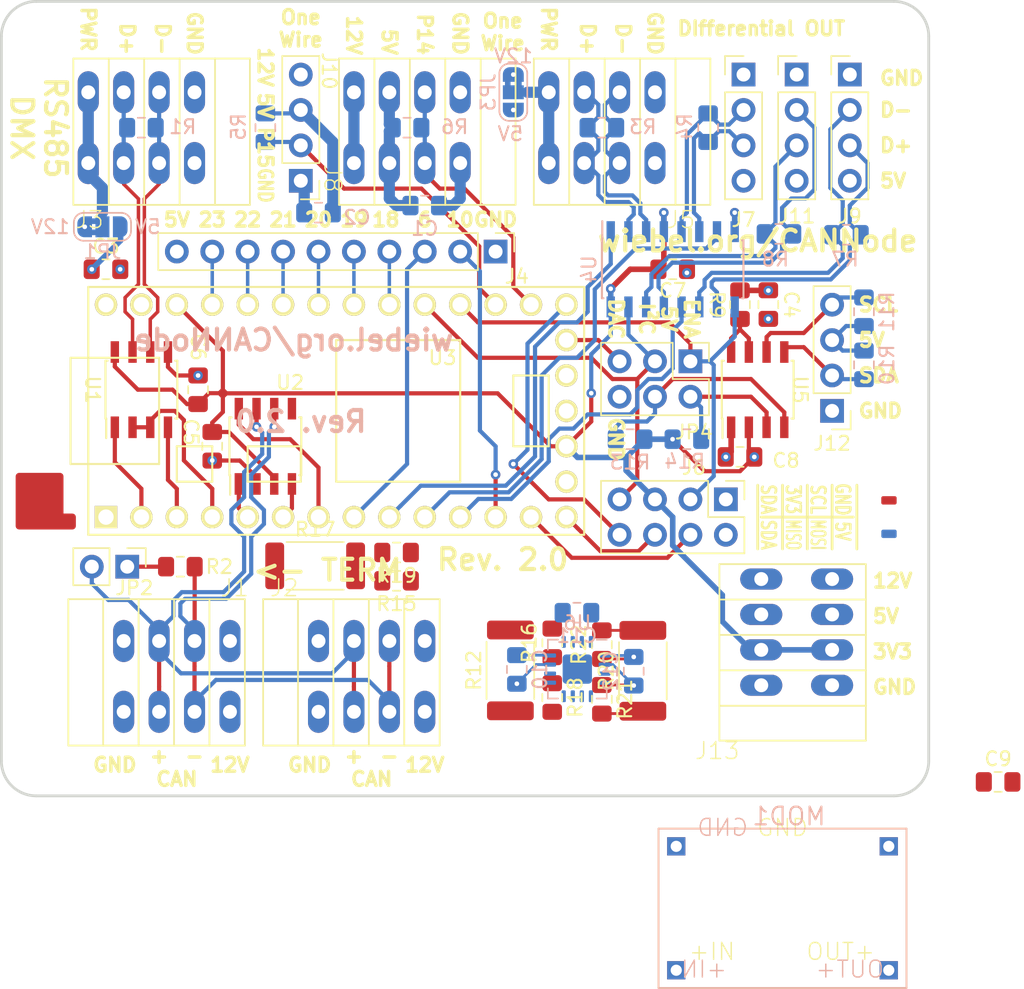
<source format=kicad_pcb>
(kicad_pcb (version 20171130) (host pcbnew 5.1.4)
  (layers (0 F.Cu signal) (1 In1.Cu signal hide) (2 In2.Cu signal hide) (31 B.Cu signal) (34 B.Paste user hide) (35 F.Paste user hide) (36 B.SilkS user) (37 F.SilkS user) (38 B.Mask user hide) (39 F.Mask user) (44 Edge.Cuts user))
  (net 0 "")
  (net 1 GND)
  (net 2 +12V)
  (net 3 +5V)
  (net 4 +3V3)
  (net 5 /6)
  (net 6 /10)
  (net 7 /20)
  (net 8 /21)
  (net 9 /22)
  (net 10 /23)
  (net 11 /CAN-)
  (net 12 /CAN+)
  (net 13 /OW14)
  (net 14 /SDA)
  (net 15 /SCL)
  (net 16 /D1+)
  (net 17 /D1-)
  (net 18 /D2+)
  (net 19 /D3+)
  (net 20 /D4+)
  (net 21 /SCL0_16)
  (net 22 /DI1_7)
  (net 23 /RX1)
  (net 24 /TX2)
  (net 25 /UA1+)
  (net 26 /UA1-)
  (net 27 /EN34_9)
  (net 28 /DI2_8)
  (net 29 /UA3EN_2)
  (net 30 /D4-)
  (net 31 /D2-)
  (net 32 /D3-)
  (net 33 /SDA0_17)
  (net 34 "Net-(C10-Pad1)")
  (net 35 "Net-(C10-Pad2)")
  (net 36 "Net-(C11-Pad2)")
  (net 37 "Net-(C11-Pad1)")
  (net 38 "Net-(C12-Pad1)")
  (net 39 "Net-(C12-Pad2)")
  (net 40 +12LF)
  (net 41 "Net-(J3-Pad4)")
  (net 42 /18)
  (net 43 /19)
  (net 44 "Net-(J5-Pad4)")
  (net 45 "Net-(J6-Pad4)")
  (net 46 "Net-(J6-Pad6)")
  (net 47 "Net-(J6-Pad8)")
  (net 48 /OW15)
  (net 49 "Net-(JP2-Pad1)")
  (net 50 "Net-(JP4-Pad2)")
  (net 51 "Net-(JP4-Pad4)")
  (net 52 "Net-(JP4-Pad5)")
  (net 53 "Net-(R9-Pad1)")
  (net 54 +5P)
  (net 55 "Net-(U2-Pad1)")
  (net 56 "Net-(U2-Pad4)")
  (net 57 "Net-(U2-Pad8)")
  (net 58 /+12L)
  (module CANNode:OWN_DC-DC (layer B.Cu) (at 133.604 96.647)
    (fp_text reference MOD1 (at -7.795 -1.524) (layer B.SilkS) (effects (font (size 1.27 1.27)) (justify mirror)))
    (fp_text value DSN-MINI-360)
    (fp_text user +IN (at -15.621 10.16) (layer B.SilkS) (effects (font (size 1.2065 1.2065) (thickness 0.1016)) (justify right bottom mirror)))
    (fp_text user OUT+ (at -0.889 10.16) (layer B.SilkS) (effects (font (size 1.2065 1.2065) (thickness 0.1016)) (justify left bottom mirror)))
    (fp_text user GND (at -12.545 -0.01) (layer B.SilkS) (effects (font (size 1.2065 1.2065) (thickness 0.1016)) (justify bottom mirror)))
    (fp_text user +IN (at -15.045 8.89) (layer F.SilkS) (effects (font (size 1.2065 1.2065) (thickness 0.1016)) (justify left bottom)))
    (fp_text user OUT+ (at -1.545 8.89) (layer F.SilkS) (effects (font (size 1.2065 1.2065) (thickness 0.1016)) (justify right bottom)))
    (fp_text user GND (at -8.255 0) (layer F.SilkS) (effects (font (size 1.2065 1.2065) (thickness 0.1016)) (justify bottom)))
    (pad IN+ thru_hole rect (at -15.875 9.525) (size 1.308 1.308) (drill 0.8) (layers *.Cu *.Mask))
    (pad GND thru_hole rect (at -15.875 0.635) (size 1.308 1.308) (drill 0.8) (layers *.Cu *.Mask) (net 1 GND))
    (pad OUT+ thru_hole rect (at -0.635 9.525) (size 1.308 1.308) (drill 0.8) (layers *.Cu *.Mask))
    (pad GND thru_hole rect (at -0.635 0.635) (size 1.308 1.308) (drill 0.8) (layers *.Cu *.Mask) (net 1 GND))
  )
  (module Package_DFN_QFN:QFN-16-1EP_4x4mm_P0.65mm_EP2.1x2.1mm (layer B.Cu) (at 110.634 84.565 180)
    (fp_text reference U6 (at 0 3.32) (layer B.SilkS) (effects (justify mirror)))
    (fp_text value INA3221)
    (pad 16 smd roundrect (at -0.975 1.95 180) (size 0.3 0.85) (layers B.Cu B.Paste B.Mask) (net 4 +3V3))
    (pad 15 smd roundrect (at -0.325 1.95 180) (size 0.3 0.85) (layers B.Cu B.Paste B.Mask) (net 36 "Net-(C11-Pad2)"))
    (pad 14 smd roundrect (at 0.325 1.95 180) (size 0.3 0.85) (layers B.Cu B.Paste B.Mask) (net 37 "Net-(C11-Pad1)"))
    (pad 13 smd roundrect (at 0.975 1.95 180) (size 0.3 0.85) (layers B.Cu B.Paste B.Mask))
    (pad 12 smd roundrect (at 1.95 0.975 180) (size 0.85 0.3) (layers B.Cu B.Paste B.Mask) (net 35 "Net-(C10-Pad2)"))
    (pad 11 smd roundrect (at 1.95 0.325 180) (size 0.85 0.3) (layers B.Cu B.Paste B.Mask) (net 34 "Net-(C10-Pad1)"))
    (pad 10 smd roundrect (at 1.95 -0.325 180) (size 0.85 0.3) (layers B.Cu B.Paste B.Mask))
    (pad 9 smd roundrect (at 1.95 -0.975 180) (size 0.85 0.3) (layers B.Cu B.Paste B.Mask))
    (pad 8 smd roundrect (at 0.975 -1.95 180) (size 0.3 0.85) (layers B.Cu B.Paste B.Mask))
    (pad 7 smd roundrect (at 0.325 -1.95 180) (size 0.3 0.85) (layers B.Cu B.Paste B.Mask) (net 51 "Net-(JP4-Pad4)"))
    (pad 6 smd roundrect (at -0.325 -1.95 180) (size 0.3 0.85) (layers B.Cu B.Paste B.Mask) (net 50 "Net-(JP4-Pad2)"))
    (pad 5 smd roundrect (at -0.975 -1.95 180) (size 0.3 0.85) (layers B.Cu B.Paste B.Mask) (net 4 +3V3))
    (pad 4 smd roundrect (at -1.95 -0.975 180) (size 0.85 0.3) (layers B.Cu B.Paste B.Mask) (net 4 +3V3))
    (pad 3 smd roundrect (at -1.95 -0.325 180) (size 0.85 0.3) (layers B.Cu B.Paste B.Mask) (net 1 GND))
    (pad 2 smd roundrect (at -1.95 0.325 180) (size 0.85 0.3) (layers B.Cu B.Paste B.Mask) (net 39 "Net-(C12-Pad2)"))
    (pad 1 smd roundrect (at -1.95 0.975 180) (size 0.85 0.3) (layers B.Cu B.Paste B.Mask) (net 38 "Net-(C12-Pad1)"))
    (pad 17 smd roundrect (at 0 0 180) (size 2.1 2.1) (layers B.Cu B.Mask) (roundrect_rratio 0.119048) (net 1 GND))
  )
  (module Resistor_SMD:R_2512_6332Metric (layer F.Cu) (at 115.335 84.688 90)
    (fp_text reference R20 (at 0 -2.62 90) (layer F.SilkS))
    (fp_text value 0R1)
    (pad 2 smd roundrect (at 2.9 0 90) (size 1.35 3.35) (layers F.Cu F.Paste F.Mask) (roundrect_rratio 0.185185) (net 3 +5V))
    (pad 1 smd roundrect (at -2.9 0 90) (size 1.35 3.35) (layers F.Cu F.Paste F.Mask) (roundrect_rratio 0.185185) (net 54 +5P))
  )
  (module Resistor_SMD:R_2512_6332Metric (layer F.Cu) (at 91.835 77.16)
    (fp_text reference R17 (at 0 -2.62) (layer F.SilkS))
    (fp_text value 0R1)
    (pad 2 smd roundrect (at 2.9 0) (size 1.35 3.35) (layers F.Cu F.Paste F.Mask) (roundrect_rratio 0.185185) (net 2 +12V))
    (pad 1 smd roundrect (at -2.9 0) (size 1.35 3.35) (layers F.Cu F.Paste F.Mask) (roundrect_rratio 0.185185) (net 40 +12LF))
  )
  (module Resistor_SMD:R_2512_6332Metric (layer F.Cu) (at 105.835 84.66 90)
    (fp_text reference R12 (at 0 -2.62 90) (layer F.SilkS))
    (fp_text value 0R1)
    (pad 2 smd roundrect (at 2.9 0 90) (size 1.35 3.35) (layers F.Cu F.Paste F.Mask) (roundrect_rratio 0.185185) (net 58 /+12L))
    (pad 1 smd roundrect (at -2.9 0 90) (size 1.35 3.35) (layers F.Cu F.Paste F.Mask) (roundrect_rratio 0.185185) (net 40 +12LF))
  )
  (module Connector_PinHeader_2.54mm:PinHeader_2x03_P2.54mm_Vertical (layer F.Cu) (at 118.745 62.484 270)
    (fp_text reference JP4 (at 5.08 -0.254 unlocked) (layer F.SilkS))
    (fp_text value Conn_02x03_Odd_Even)
    (pad 1 thru_hole rect (at 0 0 270) (size 1.7 1.7) (drill 1) (layers *.Cu *.Mask) (net 21 /SCL0_16))
    (pad 2 thru_hole oval (at 2.54 0 270) (size 1.7 1.7) (drill 1) (layers *.Cu *.Mask) (net 50 "Net-(JP4-Pad2)"))
    (pad 3 thru_hole oval (at 0 2.54 270) (size 1.7 1.7) (drill 1) (layers *.Cu *.Mask) (net 33 /SDA0_17))
    (pad 4 thru_hole oval (at 2.54 2.54 270) (size 1.7 1.7) (drill 1) (layers *.Cu *.Mask) (net 51 "Net-(JP4-Pad4)"))
    (pad 5 thru_hole oval (at 0 5.08 270) (size 1.7 1.7) (drill 1) (layers *.Cu *.Mask) (net 52 "Net-(JP4-Pad5)"))
    (pad 6 thru_hole oval (at 2.54 5.08 270) (size 1.7 1.7) (drill 1) (layers *.Cu *.Mask) (net 1 GND))
  )
  (module Jumper:SolderJumper-3_P1.3mm_Bridged2Bar12_RoundedPad1.0x1.5mm_NumberLabels (layer B.Cu) (at 76.581 52.832)
    (fp_text reference JP1 (at 0 1.8) (layer B.SilkS) (effects (justify mirror)))
    (fp_text value Jumper_3_Bridged12)
    (fp_text user 12V (at -3.746 0) (layer B.SilkS) (effects (justify mirror)))
    (fp_text user 5V (at 3.254 0) (layer B.SilkS) (effects (justify mirror)))
    (pad 2 smd rect (at 0 0) (size 1 1.5) (layers B.Cu B.Mask) (net 41 "Net-(J3-Pad4)"))
    (pad 3 smd custom (at 1.3 0) (size 1 0.5) (layers B.Cu B.Mask) (net 3 +5V) (options (clearance outline) (anchor rect)) (primitives (gr_circle (center 0 -0.25) (end 0.5 -0.25) (width 0)) (gr_circle (center 0 0.25) (end 0.5 0.25) (width 0)) (gr_poly (pts (xy -0.55 0.75) (xy 0 0.75) (xy 0 -0.75) (xy -0.55 -0.75)) (width 0))))
    (pad 1 smd custom (at -1.3 0) (size 1 0.5) (layers B.Cu B.Mask) (net 2 +12V) (options (clearance outline) (anchor rect)) (primitives (gr_circle (center 0 -0.25) (end 0.5 -0.25) (width 0)) (gr_circle (center 0 0.25) (end 0.5 0.25) (width 0)) (gr_poly (pts (xy 0.55 0.75) (xy 0 0.75) (xy 0 -0.75) (xy 0.55 -0.75)) (width 0)) (gr_poly (pts (xy 0.4 0.6) (xy 0.9 0.6) (xy 0.9 0.2) (xy 0.4 0.2)) (width 0)) (gr_poly (pts (xy 0.4 -0.2) (xy 0.9 -0.2) (xy 0.9 -0.6) (xy 0.4 -0.6)) (width 0))))
  )
  (module Connector_PinHeader_2.54mm:PinHeader_1x04_P2.54mm_Vertical (layer F.Cu) (at 90.805 49.53 180)
    (fp_text reference J10 (at -2.032 7.874 270 unlocked) (layer F.SilkS))
    (fp_text value Conn_01x04)
    (pad 1 thru_hole rect (at 0 0 180) (size 1.7 1.7) (drill 1) (layers *.Cu *.Mask) (net 1 GND))
    (pad 2 thru_hole oval (at 0 2.54 180) (size 1.7 1.7) (drill 1) (layers *.Cu *.Mask) (net 48 /OW15))
    (pad 3 thru_hole oval (at 0 5.08 180) (size 1.7 1.7) (drill 1) (layers *.Cu *.Mask) (net 3 +5V))
    (pad 4 thru_hole oval (at 0 7.62 180) (size 1.7 1.7) (drill 1) (layers *.Cu *.Mask) (net 2 +12V))
  )
  (module Connector_PinHeader_2.54mm:PinHeader_1x04_P2.54mm_Vertical (layer F.Cu) (at 122.555 41.91)
    (fp_text reference J7 (at 0 10.414) (layer F.SilkS))
    (fp_text value Conn_01x04)
    (pad 4 thru_hole oval (at 0 7.62) (size 1.7 1.7) (drill 1) (layers *.Cu *.Mask) (net 3 +5V))
    (pad 3 thru_hole oval (at 0 5.08) (size 1.7 1.7) (drill 1) (layers *.Cu *.Mask) (net 18 /D2+))
    (pad 2 thru_hole oval (at 0 2.54) (size 1.7 1.7) (drill 1) (layers *.Cu *.Mask) (net 31 /D2-))
    (pad 1 thru_hole rect (at 0 0) (size 1.7 1.7) (drill 1) (layers *.Cu *.Mask) (net 1 GND))
  )
  (module Resistor_SMD:R_0805_2012Metric_Pad1.15x1.40mm_HandSolder (layer B.Cu) (at 129.93 53.4035)
    (fp_text reference R7 (at -0.095 1.7565) (layer B.SilkS) (effects (justify mirror)))
    (fp_text value 120)
    (pad 1 smd roundrect (at -1.025 0) (size 1.15 1.4) (layers B.Cu B.Paste B.Mask) (roundrect_rratio 0.217391) (net 32 /D3-))
    (pad 2 smd roundrect (at 1.025 0) (size 1.15 1.4) (layers B.Cu B.Paste B.Mask) (roundrect_rratio 0.217391) (net 19 /D3+))
  )
  (module Resistor_SMD:R_0805_2012Metric_Pad1.15x1.40mm_HandSolder (layer B.Cu) (at 120.015 45.72 270)
    (fp_text reference R4 (at -0.06 1.68 270) (layer B.SilkS) (effects (justify mirror)))
    (fp_text value 120)
    (pad 2 smd roundrect (at 1.025 0 270) (size 1.15 1.4) (layers B.Cu B.Paste B.Mask) (roundrect_rratio 0.217391) (net 18 /D2+))
    (pad 1 smd roundrect (at -1.025 0 270) (size 1.15 1.4) (layers B.Cu B.Paste B.Mask) (roundrect_rratio 0.217391) (net 31 /D2-))
  )
  (module CANNode:OWN_KF141V-P4_simple (layer F.Cu) (at 85.725 87.63)
    (fp_text reference J1 (at -0.762 -8.89 180) (layer F.SilkS) (effects (font (size 1.2065 1.2065) (thickness 0.1016)) (justify left)))
    (fp_text value Conn_01x04)
    (pad 1 thru_hole oval (at -7.62 0 90) (size 3.016 1.508) (drill 1) (layers *.Cu *.Mask) (net 1 GND))
    (pad 2 thru_hole oval (at -5.08 0 90) (size 3.016 1.508) (drill 1) (layers *.Cu *.Mask) (net 12 /CAN+))
    (pad 3 thru_hole oval (at -2.54 0 90) (size 3.016 1.508) (drill 1) (layers *.Cu *.Mask) (net 11 /CAN-))
    (pad 4 thru_hole oval (at 0 0 90) (size 3.016 1.508) (drill 1) (layers *.Cu *.Mask) (net 40 +12LF))
    (pad 1 thru_hole oval (at -7.62 -5.08 90) (size 3.016 1.508) (drill 1) (layers *.Cu *.Mask) (net 1 GND))
    (pad 2 thru_hole oval (at -5.08 -5.08 90) (size 3.016 1.508) (drill 1) (layers *.Cu *.Mask) (net 12 /CAN+))
    (pad 3 thru_hole oval (at -2.54 -5.08 90) (size 3.016 1.508) (drill 1) (layers *.Cu *.Mask) (net 11 /CAN-))
    (pad 4 thru_hole oval (at 0 -5.08 90) (size 3.016 1.508) (drill 1) (layers *.Cu *.Mask) (net 40 +12LF))
  )
  (module Capacitor_SMD:C_0805_2012Metric_Pad1.15x1.40mm_HandSolder (layer B.Cu) (at 99.695 51.308)
    (fp_text reference C1 (at 0 1.65) (layer B.SilkS) (effects (justify mirror)))
    (fp_text value C)
    (pad 1 smd roundrect (at -1.025 0) (size 1.15 1.4) (layers B.Cu B.Paste B.Mask) (roundrect_rratio 0.217391) (net 3 +5V))
    (pad 2 smd roundrect (at 1.025 0) (size 1.15 1.4) (layers B.Cu B.Paste B.Mask) (roundrect_rratio 0.217391) (net 1 GND))
  )
  (module Capacitor_SMD:C_0805_2012Metric_Pad1.15x1.40mm_HandSolder (layer B.Cu) (at 92.075 51.816 180)
    (fp_text reference C2 (at -2.76 -0.344 180) (layer B.SilkS) (effects (justify mirror)))
    (fp_text value C)
    (pad 2 smd roundrect (at 1.025 0 180) (size 1.15 1.4) (layers B.Cu B.Paste B.Mask) (roundrect_rratio 0.217391) (net 1 GND))
    (pad 1 smd roundrect (at -1.025 0 180) (size 1.15 1.4) (layers B.Cu B.Paste B.Mask) (roundrect_rratio 0.217391) (net 3 +5V))
  )
  (module Capacitor_SMD:C_0805_2012Metric_Pad1.15x1.40mm_HandSolder (layer F.Cu) (at 76.835 55.88)
    (fp_text reference C3 (at 0 -1.65) (layer F.SilkS))
    (fp_text value C)
    (pad 1 smd roundrect (at -1.025 0) (size 1.15 1.4) (layers F.Cu F.Paste F.Mask) (roundrect_rratio 0.217391) (net 3 +5V))
    (pad 2 smd roundrect (at 1.025 0) (size 1.15 1.4) (layers F.Cu F.Paste F.Mask) (roundrect_rratio 0.217391) (net 1 GND))
  )
  (module Capacitor_SMD:C_0805_2012Metric_Pad1.15x1.40mm_HandSolder (layer F.Cu) (at 124.333 58.411 270)
    (fp_text reference C4 (at 0 -1.65 270 unlocked) (layer F.SilkS))
    (fp_text value C)
    (pad 2 smd roundrect (at 1.025 0 270) (size 1.15 1.4) (layers F.Cu F.Paste F.Mask) (roundrect_rratio 0.217391) (net 1 GND))
    (pad 1 smd roundrect (at -1.025 0 270) (size 1.15 1.4) (layers F.Cu F.Paste F.Mask) (roundrect_rratio 0.217391) (net 3 +5V))
  )
  (module Capacitor_SMD:C_0805_2012Metric_Pad1.15x1.40mm_HandSolder (layer F.Cu) (at 84.455 68.58 270)
    (fp_text reference C5 (at -1.016 1.524 270 unlocked) (layer F.SilkS))
    (fp_text value C)
    (pad 1 smd roundrect (at -1.025 0 270) (size 1.15 1.4) (layers F.Cu F.Paste F.Mask) (roundrect_rratio 0.217391) (net 4 +3V3))
    (pad 2 smd roundrect (at 1.025 0 270) (size 1.15 1.4) (layers F.Cu F.Paste F.Mask) (roundrect_rratio 0.217391) (net 1 GND))
  )
  (module Capacitor_SMD:C_0805_2012Metric_Pad1.15x1.40mm_HandSolder (layer F.Cu) (at 83.439 64.525 90)
    (fp_text reference C6 (at 3.057 0 270 unlocked) (layer F.SilkS))
    (fp_text value C)
    (pad 2 smd roundrect (at 1.025 0 90) (size 1.15 1.4) (layers F.Cu F.Paste F.Mask) (roundrect_rratio 0.217391) (net 1 GND))
    (pad 1 smd roundrect (at -1.025 0 90) (size 1.15 1.4) (layers F.Cu F.Paste F.Mask) (roundrect_rratio 0.217391) (net 4 +3V3))
  )
  (module Capacitor_SMD:C_0805_2012Metric_Pad1.15x1.40mm_HandSolder (layer F.Cu) (at 117.475 55.88)
    (fp_text reference C7 (at 0 1.524) (layer F.SilkS))
    (fp_text value C)
    (pad 1 smd roundrect (at -1.025 0) (size 1.15 1.4) (layers F.Cu F.Paste F.Mask) (roundrect_rratio 0.217391) (net 4 +3V3))
    (pad 2 smd roundrect (at 1.025 0) (size 1.15 1.4) (layers F.Cu F.Paste F.Mask) (roundrect_rratio 0.217391) (net 1 GND))
  )
  (module Capacitor_SMD:C_0805_2012Metric_Pad1.15x1.40mm_HandSolder (layer F.Cu) (at 122.301 69.342 180)
    (fp_text reference C8 (at -3.302 -0.254 180) (layer F.SilkS))
    (fp_text value C)
    (pad 1 smd roundrect (at -1.025 0 180) (size 1.15 1.4) (layers F.Cu F.Paste F.Mask) (roundrect_rratio 0.217391) (net 4 +3V3))
    (pad 2 smd roundrect (at 1.025 0 180) (size 1.15 1.4) (layers F.Cu F.Paste F.Mask) (roundrect_rratio 0.217391) (net 1 GND))
  )
  (module CANNode:OWN_KF141V-P4_simple (layer F.Cu) (at 99.695 87.63)
    (fp_text reference J2 (at -11.176 -8.89 180) (layer F.SilkS) (effects (font (size 1.2065 1.2065) (thickness 0.1016)) (justify left)))
    (fp_text value Conn_01x04)
    (pad 1 thru_hole oval (at -7.62 0 90) (size 3.016 1.508) (drill 1) (layers *.Cu *.Mask) (net 1 GND))
    (pad 2 thru_hole oval (at -5.08 0 90) (size 3.016 1.508) (drill 1) (layers *.Cu *.Mask) (net 12 /CAN+))
    (pad 3 thru_hole oval (at -2.54 0 90) (size 3.016 1.508) (drill 1) (layers *.Cu *.Mask) (net 11 /CAN-))
    (pad 4 thru_hole oval (at 0 0 90) (size 3.016 1.508) (drill 1) (layers *.Cu *.Mask) (net 2 +12V))
    (pad 1 thru_hole oval (at -7.62 -5.08 90) (size 3.016 1.508) (drill 1) (layers *.Cu *.Mask) (net 1 GND))
    (pad 2 thru_hole oval (at -5.08 -5.08 90) (size 3.016 1.508) (drill 1) (layers *.Cu *.Mask) (net 12 /CAN+))
    (pad 3 thru_hole oval (at -2.54 -5.08 90) (size 3.016 1.508) (drill 1) (layers *.Cu *.Mask) (net 11 /CAN-))
    (pad 4 thru_hole oval (at 0 -5.08 90) (size 3.016 1.508) (drill 1) (layers *.Cu *.Mask) (net 2 +12V))
  )
  (module CANNode:OWN_KF141V-P4_simple (layer F.Cu) (at 94.615 43.18 180)
    (fp_text reference J8 (at 1.524 -5.08 270 unlocked) (layer F.SilkS) (effects (font (size 1.2065 1.2065) (thickness 0.1016)) (justify left)))
    (fp_text value Conn_01x04)
    (pad 1 thru_hole oval (at -7.62 0 270) (size 3.016 1.508) (drill 1) (layers *.Cu *.Mask) (net 1 GND))
    (pad 2 thru_hole oval (at -5.08 0 270) (size 3.016 1.508) (drill 1) (layers *.Cu *.Mask) (net 13 /OW14))
    (pad 3 thru_hole oval (at -2.54 0 270) (size 3.016 1.508) (drill 1) (layers *.Cu *.Mask) (net 3 +5V))
    (pad 4 thru_hole oval (at 0 0 270) (size 3.016 1.508) (drill 1) (layers *.Cu *.Mask) (net 2 +12V))
    (pad 1 thru_hole oval (at -7.62 -5.08 270) (size 3.016 1.508) (drill 1) (layers *.Cu *.Mask) (net 1 GND))
    (pad 2 thru_hole oval (at -5.08 -5.08 270) (size 3.016 1.508) (drill 1) (layers *.Cu *.Mask) (net 13 /OW14))
    (pad 3 thru_hole oval (at -2.54 -5.08 270) (size 3.016 1.508) (drill 1) (layers *.Cu *.Mask) (net 3 +5V))
    (pad 4 thru_hole oval (at 0 -5.08 270) (size 3.016 1.508) (drill 1) (layers *.Cu *.Mask) (net 2 +12V))
  )
  (module CANNode:OWN_KF141V-P4_simple (layer F.Cu) (at 75.565 43.18 180)
    (fp_text reference J3 (at 1.016 -9.144 unlocked) (layer F.SilkS) (effects (font (size 1.2065 1.2065) (thickness 0.1016)) (justify left)))
    (fp_text value Conn_01x04)
    (pad 1 thru_hole oval (at -7.62 0 270) (size 3.016 1.508) (drill 1) (layers *.Cu *.Mask) (net 1 GND))
    (pad 2 thru_hole oval (at -5.08 0 270) (size 3.016 1.508) (drill 1) (layers *.Cu *.Mask) (net 25 /UA1+))
    (pad 3 thru_hole oval (at -2.54 0 270) (size 3.016 1.508) (drill 1) (layers *.Cu *.Mask) (net 26 /UA1-))
    (pad 4 thru_hole oval (at 0 0 270) (size 3.016 1.508) (drill 1) (layers *.Cu *.Mask) (net 41 "Net-(J3-Pad4)"))
    (pad 1 thru_hole oval (at -7.62 -5.08 270) (size 3.016 1.508) (drill 1) (layers *.Cu *.Mask) (net 1 GND))
    (pad 2 thru_hole oval (at -5.08 -5.08 270) (size 3.016 1.508) (drill 1) (layers *.Cu *.Mask) (net 25 /UA1+))
    (pad 3 thru_hole oval (at -2.54 -5.08 270) (size 3.016 1.508) (drill 1) (layers *.Cu *.Mask) (net 26 /UA1-))
    (pad 4 thru_hole oval (at 0 -5.08 270) (size 3.016 1.508) (drill 1) (layers *.Cu *.Mask) (net 41 "Net-(J3-Pad4)"))
  )
  (module CANNode:OWN_KF141V-P4_simple (layer F.Cu) (at 108.585 43.18 180)
    (fp_text reference J5 (at -8.382 -9.144) (layer F.SilkS) (effects (font (size 1.2065 1.2065) (thickness 0.1016)) (justify left)))
    (fp_text value Conn_01x04)
    (pad 4 thru_hole oval (at 0 -5.08 270) (size 3.016 1.508) (drill 1) (layers *.Cu *.Mask) (net 44 "Net-(J5-Pad4)"))
    (pad 3 thru_hole oval (at -2.54 -5.08 270) (size 3.016 1.508) (drill 1) (layers *.Cu *.Mask) (net 16 /D1+))
    (pad 2 thru_hole oval (at -5.08 -5.08 270) (size 3.016 1.508) (drill 1) (layers *.Cu *.Mask) (net 17 /D1-))
    (pad 1 thru_hole oval (at -7.62 -5.08 270) (size 3.016 1.508) (drill 1) (layers *.Cu *.Mask) (net 1 GND))
    (pad 4 thru_hole oval (at 0 0 270) (size 3.016 1.508) (drill 1) (layers *.Cu *.Mask) (net 44 "Net-(J5-Pad4)"))
    (pad 3 thru_hole oval (at -2.54 0 270) (size 3.016 1.508) (drill 1) (layers *.Cu *.Mask) (net 16 /D1+))
    (pad 2 thru_hole oval (at -5.08 0 270) (size 3.016 1.508) (drill 1) (layers *.Cu *.Mask) (net 17 /D1-))
    (pad 1 thru_hole oval (at -7.62 0 270) (size 3.016 1.508) (drill 1) (layers *.Cu *.Mask) (net 1 GND))
  )
  (module Connector_PinHeader_2.54mm:PinHeader_1x10_P2.54mm_Vertical (layer F.Cu) (at 104.775 54.61 270)
    (fp_text reference J4 (at 1.778 -1.524) (layer F.SilkS))
    (fp_text value Conn_01x10)
    (pad 1 thru_hole rect (at 0 0 270) (size 1.7 1.7) (drill 1) (layers *.Cu *.Mask) (net 1 GND))
    (pad 2 thru_hole oval (at 0 2.54 270) (size 1.7 1.7) (drill 1) (layers *.Cu *.Mask) (net 6 /10))
    (pad 3 thru_hole oval (at 0 5.08 270) (size 1.7 1.7) (drill 1) (layers *.Cu *.Mask) (net 5 /6))
    (pad 4 thru_hole oval (at 0 7.62 270) (size 1.7 1.7) (drill 1) (layers *.Cu *.Mask) (net 42 /18))
    (pad 5 thru_hole oval (at 0 10.16 270) (size 1.7 1.7) (drill 1) (layers *.Cu *.Mask) (net 43 /19))
    (pad 6 thru_hole oval (at 0 12.7 270) (size 1.7 1.7) (drill 1) (layers *.Cu *.Mask) (net 7 /20))
    (pad 7 thru_hole oval (at 0 15.24 270) (size 1.7 1.7) (drill 1) (layers *.Cu *.Mask) (net 8 /21))
    (pad 8 thru_hole oval (at 0 17.78 270) (size 1.7 1.7) (drill 1) (layers *.Cu *.Mask) (net 9 /22))
    (pad 9 thru_hole oval (at 0 20.32 270) (size 1.7 1.7) (drill 1) (layers *.Cu *.Mask) (net 10 /23))
    (pad 10 thru_hole oval (at 0 22.86 270) (size 1.7 1.7) (drill 1) (layers *.Cu *.Mask) (net 3 +5V))
  )
  (module Connector_PinHeader_2.54mm:PinHeader_1x02_P2.54mm_Vertical (layer F.Cu) (at 78.359 77.216 270)
    (fp_text reference JP2 (at 1.524 -0.508) (layer F.SilkS))
    (fp_text value Jumper_NC_Small)
    (pad 1 thru_hole rect (at 0 0 270) (size 1.7 1.7) (drill 1) (layers *.Cu *.Mask) (net 49 "Net-(JP2-Pad1)"))
    (pad 2 thru_hole oval (at 0 2.54 270) (size 1.7 1.7) (drill 1) (layers *.Cu *.Mask) (net 12 /CAN+))
  )
  (module Jumper:SolderJumper-3_P1.3mm_Bridged2Bar12_RoundedPad1.0x1.5mm_NumberLabels (layer B.Cu) (at 106.045 43.18 270)
    (fp_text reference JP3 (at 0 1.8 270) (layer B.SilkS) (effects (justify mirror)))
    (fp_text value Jumper_3_Bridged12)
    (fp_text user 5V (at 2.98 0.21) (layer B.SilkS) (effects (justify mirror)))
    (fp_text user 12V (at -2.6 0) (layer B.SilkS) (effects (justify mirror)))
    (pad 1 smd custom (at -1.3 0 270) (size 1 0.5) (layers B.Cu B.Mask) (net 2 +12V) (options (clearance outline) (anchor rect)) (primitives (gr_circle (center 0 -0.25) (end 0.5 -0.25) (width 0)) (gr_circle (center 0 0.25) (end 0.5 0.25) (width 0)) (gr_poly (pts (xy 0.55 0.75) (xy 0 0.75) (xy 0 -0.75) (xy 0.55 -0.75)) (width 0)) (gr_poly (pts (xy 0.4 0.6) (xy 0.9 0.6) (xy 0.9 0.2) (xy 0.4 0.2)) (width 0)) (gr_poly (pts (xy 0.4 -0.2) (xy 0.9 -0.2) (xy 0.9 -0.6) (xy 0.4 -0.6)) (width 0))))
    (pad 3 smd custom (at 1.3 0 270) (size 1 0.5) (layers B.Cu B.Mask) (net 3 +5V) (options (clearance outline) (anchor rect)) (primitives (gr_circle (center 0 -0.25) (end 0.5 -0.25) (width 0)) (gr_circle (center 0 0.25) (end 0.5 0.25) (width 0)) (gr_poly (pts (xy -0.55 0.75) (xy 0 0.75) (xy 0 -0.75) (xy -0.55 -0.75)) (width 0))))
    (pad 2 smd rect (at 0 0 270) (size 1 1.5) (layers B.Cu B.Mask) (net 44 "Net-(J5-Pad4)"))
  )
  (module Resistor_SMD:R_0805_2012Metric_Pad1.15x1.40mm_HandSolder (layer F.Cu) (at 82.169 77.216)
    (fp_text reference R2 (at 2.794 0) (layer F.SilkS))
    (fp_text value 120)
    (pad 2 smd roundrect (at 1.025 0) (size 1.15 1.4) (layers F.Cu F.Paste F.Mask) (roundrect_rratio 0.217391) (net 11 /CAN-))
    (pad 1 smd roundrect (at -1.025 0) (size 1.15 1.4) (layers F.Cu F.Paste F.Mask) (roundrect_rratio 0.217391) (net 49 "Net-(JP2-Pad1)"))
  )
  (module Resistor_SMD:R_0805_2012Metric_Pad1.15x1.40mm_HandSolder (layer B.Cu) (at 112.395 45.72 180)
    (fp_text reference R3 (at -2.94 0.06 180) (layer B.SilkS) (effects (justify mirror)))
    (fp_text value 120)
    (pad 2 smd roundrect (at 1.025 0 180) (size 1.15 1.4) (layers B.Cu B.Paste B.Mask) (roundrect_rratio 0.217391) (net 16 /D1+))
    (pad 1 smd roundrect (at -1.025 0 180) (size 1.15 1.4) (layers B.Cu B.Paste B.Mask) (roundrect_rratio 0.217391) (net 17 /D1-))
  )
  (module Resistor_SMD:R_0805_2012Metric_Pad1.15x1.40mm_HandSolder (layer B.Cu) (at 125.095 53.34 180)
    (fp_text reference R8 (at 0.26 -1.82 180) (layer B.SilkS) (effects (justify mirror)))
    (fp_text value 120)
    (pad 1 smd roundrect (at -1.025 0 180) (size 1.15 1.4) (layers B.Cu B.Paste B.Mask) (roundrect_rratio 0.217391) (net 30 /D4-))
    (pad 2 smd roundrect (at 1.025 0 180) (size 1.15 1.4) (layers B.Cu B.Paste B.Mask) (roundrect_rratio 0.217391) (net 20 /D4+))
  )
  (module Resistor_SMD:R_0805_2012Metric_Pad1.15x1.40mm_HandSolder (layer B.Cu) (at 79.375 45.72 180)
    (fp_text reference R1 (at -2.96 0.06 180) (layer B.SilkS) (effects (justify mirror)))
    (fp_text value 120)
    (pad 2 smd roundrect (at 1.025 0 180) (size 1.15 1.4) (layers B.Cu B.Paste B.Mask) (roundrect_rratio 0.217391) (net 26 /UA1-))
    (pad 1 smd roundrect (at -1.025 0 180) (size 1.15 1.4) (layers B.Cu B.Paste B.Mask) (roundrect_rratio 0.217391) (net 25 /UA1+))
  )
  (module Resistor_SMD:R_0805_2012Metric_Pad1.15x1.40mm_HandSolder (layer B.Cu) (at 88.265 45.72 90)
    (fp_text reference R5 (at 0.06 -1.93 90) (layer B.SilkS) (effects (justify mirror)))
    (fp_text value 4.7k)
    (pad 2 smd roundrect (at 1.025 0 90) (size 1.15 1.4) (layers B.Cu B.Paste B.Mask) (roundrect_rratio 0.217391) (net 3 +5V))
    (pad 1 smd roundrect (at -1.025 0 90) (size 1.15 1.4) (layers B.Cu B.Paste B.Mask) (roundrect_rratio 0.217391) (net 48 /OW15))
  )
  (module Resistor_SMD:R_0805_2012Metric_Pad1.15x1.40mm_HandSolder (layer B.Cu) (at 98.425 45.72 180)
    (fp_text reference R6 (at -3.41 0.06 180) (layer B.SilkS) (effects (justify mirror)))
    (fp_text value 4.7k)
    (pad 1 smd roundrect (at -1.025 0 180) (size 1.15 1.4) (layers B.Cu B.Paste B.Mask) (roundrect_rratio 0.217391) (net 13 /OW14))
    (pad 2 smd roundrect (at 1.025 0 180) (size 1.15 1.4) (layers B.Cu B.Paste B.Mask) (roundrect_rratio 0.217391) (net 3 +5V))
  )
  (module Resistor_SMD:R_0805_2012Metric_Pad1.15x1.40mm_HandSolder (layer B.Cu) (at 118.491 68.072 180)
    (fp_text reference R14 (at 0.156 -1.588 180) (layer B.SilkS) (effects (justify mirror)))
    (fp_text value 4.7k)
    (pad 2 smd roundrect (at 1.025 0 180) (size 1.15 1.4) (layers B.Cu B.Paste B.Mask) (roundrect_rratio 0.217391) (net 4 +3V3))
    (pad 1 smd roundrect (at -1.025 0 180) (size 1.15 1.4) (layers B.Cu B.Paste B.Mask) (roundrect_rratio 0.217391) (net 50 "Net-(JP4-Pad2)"))
  )
  (module Resistor_SMD:R_0805_2012Metric_Pad1.15x1.40mm_HandSolder (layer B.Cu) (at 114.418 68.072)
    (fp_text reference R13 (at 0 1.65) (layer B.SilkS) (effects (justify mirror)))
    (fp_text value 4.7k)
    (pad 1 smd roundrect (at -1.025 0) (size 1.15 1.4) (layers B.Cu B.Paste B.Mask) (roundrect_rratio 0.217391) (net 51 "Net-(JP4-Pad4)"))
    (pad 2 smd roundrect (at 1.025 0) (size 1.15 1.4) (layers B.Cu B.Paste B.Mask) (roundrect_rratio 0.217391) (net 4 +3V3))
  )
  (module Resistor_SMD:R_0805_2012Metric_Pad1.15x1.40mm_HandSolder (layer F.Cu) (at 122.301 58.42 90)
    (fp_text reference R9 (at 0 -1.65 270 unlocked) (layer F.SilkS))
    (fp_text value 200k)
    (pad 1 smd roundrect (at -1.025 0 90) (size 1.15 1.4) (layers F.Cu F.Paste F.Mask) (roundrect_rratio 0.217391) (net 53 "Net-(R9-Pad1)"))
    (pad 2 smd roundrect (at 1.025 0 90) (size 1.15 1.4) (layers F.Cu F.Paste F.Mask) (roundrect_rratio 0.217391) (net 3 +5V))
  )
  (module Resistor_SMD:R_0805_2012Metric_Pad1.15x1.40mm_HandSolder (layer B.Cu) (at 131.191 62.738 90)
    (fp_text reference R10 (at 0 1.65 90) (layer B.SilkS) (effects (justify mirror)))
    (fp_text value 4.7k)
    (pad 1 smd roundrect (at -1.025 0 90) (size 1.15 1.4) (layers B.Cu B.Paste B.Mask) (roundrect_rratio 0.217391) (net 14 /SDA))
    (pad 2 smd roundrect (at 1.025 0 90) (size 1.15 1.4) (layers B.Cu B.Paste B.Mask) (roundrect_rratio 0.217391) (net 3 +5V))
  )
  (module Resistor_SMD:R_0805_2012Metric_Pad1.15x1.40mm_HandSolder (layer B.Cu) (at 131.191 58.928 270)
    (fp_text reference R11 (at 0 -1.644 270) (layer B.SilkS) (effects (justify mirror)))
    (fp_text value 4.7k)
    (pad 2 smd roundrect (at 1.025 0 270) (size 1.15 1.4) (layers B.Cu B.Paste B.Mask) (roundrect_rratio 0.217391) (net 3 +5V))
    (pad 1 smd roundrect (at -1.025 0 270) (size 1.15 1.4) (layers B.Cu B.Paste B.Mask) (roundrect_rratio 0.217391) (net 15 /SCL))
  )
  (module teensy:Teensy3_min (layer F.Cu) (at 93.345 66.04)
    (fp_text reference U3 (at 7.62 -3.81) (layer F.SilkS))
    (fp_text value Teensy3.2)
    (pad 17 thru_hole circle (at 16.51 0) (size 1.6 1.6) (drill 1.1) (layers *.Cu *.Mask F.SilkS) (net 1 GND))
    (pad 18 thru_hole circle (at 16.51 -2.54) (size 1.6 1.6) (drill 1.1) (layers *.Cu *.Mask F.SilkS))
    (pad 19 thru_hole circle (at 16.51 -5.08) (size 1.6 1.6) (drill 1.1) (layers *.Cu *.Mask F.SilkS) (net 52 "Net-(JP4-Pad5)"))
    (pad 20 thru_hole circle (at 16.51 -7.62) (size 1.6 1.6) (drill 1.1) (layers *.Cu *.Mask F.SilkS) (net 47 "Net-(J6-Pad8)"))
    (pad 16 thru_hole circle (at 16.51 2.54) (size 1.6 1.6) (drill 1.1) (layers *.Cu *.Mask F.SilkS) (net 4 +3V3))
    (pad 15 thru_hole circle (at 16.51 5.08) (size 1.6 1.6) (drill 1.1) (layers *.Cu *.Mask F.SilkS))
    (pad 14 thru_hole circle (at 16.51 7.62) (size 1.6 1.6) (drill 1.1) (layers *.Cu *.Mask F.SilkS) (net 46 "Net-(J6-Pad6)"))
    (pad 21 thru_hole circle (at 13.97 -7.62) (size 1.6 1.6) (drill 1.1) (layers *.Cu *.Mask F.SilkS) (net 13 /OW14))
    (pad 22 thru_hole circle (at 11.43 -7.62) (size 1.6 1.6) (drill 1.1) (layers *.Cu *.Mask F.SilkS) (net 48 /OW15))
    (pad 23 thru_hole circle (at 8.89 -7.62) (size 1.6 1.6) (drill 1.1) (layers *.Cu *.Mask F.SilkS) (net 21 /SCL0_16))
    (pad 24 thru_hole circle (at 6.35 -7.62) (size 1.6 1.6) (drill 1.1) (layers *.Cu *.Mask F.SilkS) (net 33 /SDA0_17))
    (pad 25 thru_hole circle (at 3.81 -7.62) (size 1.6 1.6) (drill 1.1) (layers *.Cu *.Mask F.SilkS) (net 42 /18))
    (pad 26 thru_hole circle (at 1.27 -7.62) (size 1.6 1.6) (drill 1.1) (layers *.Cu *.Mask F.SilkS) (net 43 /19))
    (pad 27 thru_hole circle (at -1.27 -7.62) (size 1.6 1.6) (drill 1.1) (layers *.Cu *.Mask F.SilkS) (net 7 /20))
    (pad 28 thru_hole circle (at -3.81 -7.62) (size 1.6 1.6) (drill 1.1) (layers *.Cu *.Mask F.SilkS) (net 8 /21))
    (pad 29 thru_hole circle (at -6.35 -7.62) (size 1.6 1.6) (drill 1.1) (layers *.Cu *.Mask F.SilkS) (net 9 /22))
    (pad 30 thru_hole circle (at -8.89 -7.62) (size 1.6 1.6) (drill 1.1) (layers *.Cu *.Mask F.SilkS) (net 10 /23))
    (pad 31 thru_hole circle (at -11.43 -7.62) (size 1.6 1.6) (drill 1.1) (layers *.Cu *.Mask F.SilkS) (net 4 +3V3))
    (pad 32 thru_hole circle (at -13.97 -7.62) (size 1.6 1.6) (drill 1.1) (layers *.Cu *.Mask F.SilkS))
    (pad 33 thru_hole circle (at -16.51 -7.62) (size 1.6 1.6) (drill 1.1) (layers *.Cu *.Mask F.SilkS) (net 3 +5V))
    (pad 13 thru_hole circle (at 13.97 7.62) (size 1.6 1.6) (drill 1.1) (layers *.Cu *.Mask F.SilkS) (net 45 "Net-(J6-Pad4)"))
    (pad 12 thru_hole circle (at 11.43 7.62) (size 1.6 1.6) (drill 1.1) (layers *.Cu *.Mask F.SilkS) (net 6 /10))
    (pad 11 thru_hole circle (at 8.89 7.62) (size 1.6 1.6) (drill 1.1) (layers *.Cu *.Mask F.SilkS) (net 27 /EN34_9))
    (pad 10 thru_hole circle (at 6.35 7.62) (size 1.6 1.6) (drill 1.1) (layers *.Cu *.Mask F.SilkS) (net 28 /DI2_8))
    (pad 9 thru_hole circle (at 3.81 7.62) (size 1.6 1.6) (drill 1.1) (layers *.Cu *.Mask F.SilkS) (net 22 /DI1_7))
    (pad 8 thru_hole circle (at 1.27 7.62) (size 1.6 1.6) (drill 1.1) (layers *.Cu *.Mask F.SilkS) (net 5 /6))
    (pad 7 thru_hole circle (at -1.27 7.62) (size 1.6 1.6) (drill 1.1) (layers *.Cu *.Mask F.SilkS) (net 57 "Net-(U2-Pad8)"))
    (pad 6 thru_hole circle (at -3.81 7.62) (size 1.6 1.6) (drill 1.1) (layers *.Cu *.Mask F.SilkS) (net 56 "Net-(U2-Pad4)"))
    (pad 5 thru_hole circle (at -6.35 7.62) (size 1.6 1.6) (drill 1.1) (layers *.Cu *.Mask F.SilkS) (net 55 "Net-(U2-Pad1)"))
    (pad 4 thru_hole circle (at -8.89 7.62) (size 1.6 1.6) (drill 1.1) (layers *.Cu *.Mask F.SilkS) (net 29 /UA3EN_2))
    (pad 3 thru_hole circle (at -11.43 7.62) (size 1.6 1.6) (drill 1.1) (layers *.Cu *.Mask F.SilkS) (net 24 /TX2))
    (pad 2 thru_hole circle (at -13.97 7.62) (size 1.6 1.6) (drill 1.1) (layers *.Cu *.Mask F.SilkS) (net 23 /RX1))
    (pad 1 thru_hole rect (at -16.51 7.62) (size 1.6 1.6) (drill 1.1) (layers *.Cu *.Mask F.SilkS) (net 1 GND))
  )
  (module Package_SO:SOIC-8_3.9x4.9mm_P1.27mm (layer F.Cu) (at 88.265 68.58 90)
    (fp_text reference U2 (at 4.572 1.778 180) (layer F.SilkS))
    (fp_text value SN65HVD230)
    (pad 1 smd rect (at -2.7 -1.905 90) (size 1.55 0.6) (layers F.Cu F.Paste F.Mask) (net 55 "Net-(U2-Pad1)"))
    (pad 2 smd rect (at -2.7 -0.635 90) (size 1.55 0.6) (layers F.Cu F.Paste F.Mask) (net 1 GND))
    (pad 3 smd rect (at -2.7 0.635 90) (size 1.55 0.6) (layers F.Cu F.Paste F.Mask) (net 4 +3V3))
    (pad 4 smd rect (at -2.7 1.905 90) (size 1.55 0.6) (layers F.Cu F.Paste F.Mask) (net 56 "Net-(U2-Pad4)"))
    (pad 5 smd rect (at 2.7 1.905 90) (size 1.55 0.6) (layers F.Cu F.Paste F.Mask))
    (pad 6 smd rect (at 2.7 0.635 90) (size 1.55 0.6) (layers F.Cu F.Paste F.Mask) (net 11 /CAN-))
    (pad 7 smd rect (at 2.7 -0.635 90) (size 1.55 0.6) (layers F.Cu F.Paste F.Mask) (net 12 /CAN+))
    (pad 8 smd rect (at 2.7 -1.905 90) (size 1.55 0.6) (layers F.Cu F.Paste F.Mask) (net 57 "Net-(U2-Pad8)"))
  )
  (module Package_SO:SOIC-8_3.9x4.9mm_P1.27mm (layer F.Cu) (at 123.571 64.516 90)
    (fp_text reference U5 (at 0 3.048 270 unlocked) (layer F.SilkS))
    (fp_text value PCA9306)
    (pad 8 smd rect (at 2.7 -1.905 90) (size 1.55 0.6) (layers F.Cu F.Paste F.Mask) (net 53 "Net-(R9-Pad1)"))
    (pad 7 smd rect (at 2.7 -0.635 90) (size 1.55 0.6) (layers F.Cu F.Paste F.Mask) (net 53 "Net-(R9-Pad1)"))
    (pad 6 smd rect (at 2.7 0.635 90) (size 1.55 0.6) (layers F.Cu F.Paste F.Mask) (net 15 /SCL))
    (pad 5 smd rect (at 2.7 1.905 90) (size 1.55 0.6) (layers F.Cu F.Paste F.Mask) (net 14 /SDA))
    (pad 4 smd rect (at -2.7 1.905 90) (size 1.55 0.6) (layers F.Cu F.Paste F.Mask) (net 51 "Net-(JP4-Pad4)"))
    (pad 3 smd rect (at -2.7 0.635 90) (size 1.55 0.6) (layers F.Cu F.Paste F.Mask) (net 50 "Net-(JP4-Pad2)"))
    (pad 2 smd rect (at -2.7 -0.635 90) (size 1.55 0.6) (layers F.Cu F.Paste F.Mask) (net 4 +3V3))
    (pad 1 smd rect (at -2.7 -1.905 90) (size 1.55 0.6) (layers F.Cu F.Paste F.Mask) (net 1 GND))
  )
  (module Package_SO:SOIC-8_3.9x4.9mm_P1.27mm (layer F.Cu) (at 79.375 64.516 90)
    (fp_text reference U1 (at 0 -3.5 270 unlocked) (layer F.SilkS))
    (fp_text value MAX3485)
    (pad 1 smd rect (at -2.7 -1.905 90) (size 1.55 0.6) (layers F.Cu F.Paste F.Mask) (net 23 /RX1))
    (pad 2 smd rect (at -2.7 -0.635 90) (size 1.55 0.6) (layers F.Cu F.Paste F.Mask) (net 29 /UA3EN_2))
    (pad 3 smd rect (at -2.7 0.635 90) (size 1.55 0.6) (layers F.Cu F.Paste F.Mask) (net 29 /UA3EN_2))
    (pad 4 smd rect (at -2.7 1.905 90) (size 1.55 0.6) (layers F.Cu F.Paste F.Mask) (net 24 /TX2))
    (pad 5 smd rect (at 2.7 1.905 90) (size 1.55 0.6) (layers F.Cu F.Paste F.Mask) (net 1 GND))
    (pad 6 smd rect (at 2.7 0.635 90) (size 1.55 0.6) (layers F.Cu F.Paste F.Mask) (net 25 /UA1+))
    (pad 7 smd rect (at 2.7 -0.635 90) (size 1.55 0.6) (layers F.Cu F.Paste F.Mask) (net 26 /UA1-))
    (pad 8 smd rect (at 2.7 -1.905 90) (size 1.55 0.6) (layers F.Cu F.Paste F.Mask) (net 4 +3V3))
  )
  (module Package_SO:SOIC-16_3.9x9.9mm_P1.27mm (layer B.Cu) (at 117.475 55.88 270)
    (fp_text reference U4 (at 0 6 270) (layer B.SilkS) (effects (justify mirror)))
    (fp_text value MAX3032)
    (pad 1 smd rect (at -2.7 4.445 270) (size 1.5 0.6) (layers B.Cu B.Paste B.Mask) (net 22 /DI1_7))
    (pad 2 smd rect (at -2.7 3.175 270) (size 1.5 0.6) (layers B.Cu B.Paste B.Mask) (net 16 /D1+))
    (pad 3 smd rect (at -2.7 1.905 270) (size 1.5 0.6) (layers B.Cu B.Paste B.Mask) (net 17 /D1-))
    (pad 4 smd rect (at -2.7 0.635 270) (size 1.5 0.6) (layers B.Cu B.Paste B.Mask) (net 4 +3V3))
    (pad 5 smd rect (at -2.7 -0.635 270) (size 1.5 0.6) (layers B.Cu B.Paste B.Mask) (net 31 /D2-))
    (pad 6 smd rect (at -2.7 -1.905 270) (size 1.5 0.6) (layers B.Cu B.Paste B.Mask) (net 18 /D2+))
    (pad 7 smd rect (at -2.7 -3.175 270) (size 1.5 0.6) (layers B.Cu B.Paste B.Mask) (net 28 /DI2_8))
    (pad 8 smd rect (at -2.7 -4.445 270) (size 1.5 0.6) (layers B.Cu B.Paste B.Mask) (net 1 GND))
    (pad 9 smd rect (at 2.7 -4.445 270) (size 1.5 0.6) (layers B.Cu B.Paste B.Mask) (net 21 /SCL0_16))
    (pad 10 smd rect (at 2.7 -3.175 270) (size 1.5 0.6) (layers B.Cu B.Paste B.Mask) (net 19 /D3+))
    (pad 11 smd rect (at 2.7 -1.905 270) (size 1.5 0.6) (layers B.Cu B.Paste B.Mask) (net 32 /D3-))
    (pad 12 smd rect (at 2.7 -0.635 270) (size 1.5 0.6) (layers B.Cu B.Paste B.Mask) (net 27 /EN34_9))
    (pad 13 smd rect (at 2.7 0.635 270) (size 1.5 0.6) (layers B.Cu B.Paste B.Mask) (net 30 /D4-))
    (pad 14 smd rect (at 2.7 1.905 270) (size 1.5 0.6) (layers B.Cu B.Paste B.Mask) (net 20 /D4+))
    (pad 15 smd rect (at 2.7 3.175 270) (size 1.5 0.6) (layers B.Cu B.Paste B.Mask) (net 33 /SDA0_17))
    (pad 16 smd rect (at 2.7 4.445 270) (size 1.5 0.6) (layers B.Cu B.Paste B.Mask) (net 4 +3V3))
  )
  (module Connector_PinHeader_2.54mm:PinHeader_1x04_P2.54mm_Vertical (layer F.Cu) (at 130.175 41.91)
    (fp_text reference J9 (at 0 10.16) (layer F.SilkS))
    (fp_text value Conn_01x04)
    (pad 1 thru_hole rect (at 0 0) (size 1.7 1.7) (drill 1) (layers *.Cu *.Mask) (net 1 GND))
    (pad 2 thru_hole oval (at 0 2.54) (size 1.7 1.7) (drill 1) (layers *.Cu *.Mask) (net 32 /D3-))
    (pad 3 thru_hole oval (at 0 5.08) (size 1.7 1.7) (drill 1) (layers *.Cu *.Mask) (net 19 /D3+))
    (pad 4 thru_hole oval (at 0 7.62) (size 1.7 1.7) (drill 1) (layers *.Cu *.Mask) (net 3 +5V))
  )
  (module Connector_PinHeader_2.54mm:PinHeader_1x04_P2.54mm_Vertical (layer F.Cu) (at 126.365 41.91)
    (fp_text reference J11 (at 0 10.16) (layer F.SilkS))
    (fp_text value Conn_01x04)
    (pad 1 thru_hole rect (at 0 0) (size 1.7 1.7) (drill 1) (layers *.Cu *.Mask) (net 1 GND))
    (pad 2 thru_hole oval (at 0 2.54) (size 1.7 1.7) (drill 1) (layers *.Cu *.Mask) (net 30 /D4-))
    (pad 3 thru_hole oval (at 0 5.08) (size 1.7 1.7) (drill 1) (layers *.Cu *.Mask) (net 20 /D4+))
    (pad 4 thru_hole oval (at 0 7.62) (size 1.7 1.7) (drill 1) (layers *.Cu *.Mask) (net 3 +5V))
  )
  (module Connector_PinHeader_2.54mm:PinHeader_1x04_P2.54mm_Vertical (layer F.Cu) (at 128.905 66.04 180)
    (fp_text reference J12 (at 0 -2.33 180) (layer F.SilkS))
    (fp_text value Conn_01x04)
    (pad 1 thru_hole rect (at 0 0 180) (size 1.7 1.7) (drill 1) (layers *.Cu *.Mask) (net 1 GND))
    (pad 2 thru_hole oval (at 0 2.54 180) (size 1.7 1.7) (drill 1) (layers *.Cu *.Mask) (net 14 /SDA))
    (pad 3 thru_hole oval (at 0 5.08 180) (size 1.7 1.7) (drill 1) (layers *.Cu *.Mask) (net 3 +5V))
    (pad 4 thru_hole oval (at 0 7.62 180) (size 1.7 1.7) (drill 1) (layers *.Cu *.Mask) (net 15 /SCL))
  )
  (module Connector_PinHeader_2.54mm:PinHeader_2x04_P2.54mm_Vertical (layer F.Cu) (at 121.285 72.39 270)
    (fp_text reference J6 (at -2.286 2.286) (layer F.SilkS))
    (fp_text value Conn_02x04_Odd_Even)
    (pad 1 thru_hole rect (at 0 0 270) (size 1.7 1.7) (drill 1) (layers *.Cu *.Mask) (net 1 GND))
    (pad 2 thru_hole oval (at 2.54 0 270) (size 1.7 1.7) (drill 1) (layers *.Cu *.Mask) (net 3 +5V))
    (pad 3 thru_hole oval (at 0 2.54 270) (size 1.7 1.7) (drill 1) (layers *.Cu *.Mask) (net 21 /SCL0_16))
    (pad 4 thru_hole oval (at 2.54 2.54 270) (size 1.7 1.7) (drill 1) (layers *.Cu *.Mask) (net 45 "Net-(J6-Pad4)"))
    (pad 5 thru_hole oval (at 0 5.08 270) (size 1.7 1.7) (drill 1) (layers *.Cu *.Mask) (net 4 +3V3))
    (pad 6 thru_hole oval (at 2.54 5.08 270) (size 1.7 1.7) (drill 1) (layers *.Cu *.Mask) (net 46 "Net-(J6-Pad6)"))
    (pad 7 thru_hole oval (at 0 7.62 270) (size 1.7 1.7) (drill 1) (layers *.Cu *.Mask) (net 33 /SDA0_17))
    (pad 8 thru_hole oval (at 2.54 7.62 270) (size 1.7 1.7) (drill 1) (layers *.Cu *.Mask) (net 47 "Net-(J6-Pad8)"))
  )
  (module CANNode:OWN_KF141V-P4_simple (layer F.Cu) (at 128.905 78.105 90)
    (fp_text reference J13 (at -12.319 -9.906 180) (layer F.SilkS) (effects (font (size 1.2065 1.2065) (thickness 0.1016)) (justify left)))
    (fp_text value Conn_01x04)
    (pad 1 thru_hole oval (at -7.62 0 180) (size 3.016 1.508) (drill 1) (layers *.Cu *.Mask) (net 1 GND))
    (pad 2 thru_hole oval (at -5.08 0 180) (size 3.016 1.508) (drill 1) (layers *.Cu *.Mask) (net 4 +3V3))
    (pad 3 thru_hole oval (at -2.54 0 180) (size 3.016 1.508) (drill 1) (layers *.Cu *.Mask) (net 3 +5V))
    (pad 4 thru_hole oval (at 0 0 180) (size 3.016 1.508) (drill 1) (layers *.Cu *.Mask) (net 2 +12V))
    (pad 1 thru_hole oval (at -7.62 -5.08 180) (size 3.016 1.508) (drill 1) (layers *.Cu *.Mask) (net 1 GND))
    (pad 2 thru_hole oval (at -5.08 -5.08 180) (size 3.016 1.508) (drill 1) (layers *.Cu *.Mask) (net 4 +3V3))
    (pad 3 thru_hole oval (at -2.54 -5.08 180) (size 3.016 1.508) (drill 1) (layers *.Cu *.Mask) (net 3 +5V))
    (pad 4 thru_hole oval (at 0 -5.08 180) (size 3.016 1.508) (drill 1) (layers *.Cu *.Mask) (net 2 +12V))
  )
  (module Capacitor_SMD:C_0805_2012Metric_Pad1.15x1.40mm_HandSolder (layer F.Cu) (at 140.81 92.66)
    (fp_text reference C9 (at 0 -1.65) (layer F.SilkS))
    (fp_text value C)
    (pad 2 smd roundrect (at 1.025 0) (size 1.15 1.4) (layers F.Cu F.Paste F.Mask) (roundrect_rratio 0.217391) (net 1 GND))
    (pad 1 smd roundrect (at -1.025 0) (size 1.15 1.4) (layers F.Cu F.Paste F.Mask) (roundrect_rratio 0.217391) (net 4 +3V3))
  )
  (module Capacitor_SMD:C_0805_2012Metric_Pad1.15x1.40mm_HandSolder (layer B.Cu) (at 106.299 84.591 90)
    (fp_text reference C10 (at 0 1.65 90) (layer B.SilkS) (effects (justify mirror)))
    (fp_text value 100n)
    (pad 1 smd roundrect (at -1.025 0 90) (size 1.15 1.4) (layers B.Cu B.Paste B.Mask) (roundrect_rratio 0.217391) (net 34 "Net-(C10-Pad1)"))
    (pad 2 smd roundrect (at 1.025 0 90) (size 1.15 1.4) (layers B.Cu B.Paste B.Mask) (roundrect_rratio 0.217391) (net 35 "Net-(C10-Pad2)"))
  )
  (module Capacitor_SMD:C_0805_2012Metric_Pad1.15x1.40mm_HandSolder (layer B.Cu) (at 110.608 80.518)
    (fp_text reference C11 (at 0 1.65) (layer B.SilkS) (effects (justify mirror)))
    (fp_text value 100n)
    (pad 2 smd roundrect (at 1.025 0) (size 1.15 1.4) (layers B.Cu B.Paste B.Mask) (roundrect_rratio 0.217391) (net 36 "Net-(C11-Pad2)"))
    (pad 1 smd roundrect (at -1.025 0) (size 1.15 1.4) (layers B.Cu B.Paste B.Mask) (roundrect_rratio 0.217391) (net 37 "Net-(C11-Pad1)"))
  )
  (module Capacitor_SMD:C_0805_2012Metric_Pad1.15x1.40mm_HandSolder (layer B.Cu) (at 114.681 84.718 270)
    (fp_text reference C12 (at 0 1.65 90) (layer B.SilkS) (effects (justify mirror)))
    (fp_text value 100n)
    (pad 1 smd roundrect (at -1.025 0 270) (size 1.15 1.4) (layers B.Cu B.Paste B.Mask) (roundrect_rratio 0.217391) (net 38 "Net-(C12-Pad1)"))
    (pad 2 smd roundrect (at 1.025 0 270) (size 1.15 1.4) (layers B.Cu B.Paste B.Mask) (roundrect_rratio 0.217391) (net 39 "Net-(C12-Pad2)"))
  )
  (module Resistor_SMD:R_0805_2012Metric_Pad1.15x1.40mm_HandSolder (layer F.Cu) (at 97.672 78.232 180)
    (fp_text reference R15 (at 0 -1.65) (layer F.SilkS))
    (fp_text value 10)
    (pad 1 smd roundrect (at -1.025 0 180) (size 1.15 1.4) (layers F.Cu F.Paste F.Mask) (roundrect_rratio 0.217391) (net 35 "Net-(C10-Pad2)"))
    (pad 2 smd roundrect (at 1.025 0 180) (size 1.15 1.4) (layers F.Cu F.Paste F.Mask) (roundrect_rratio 0.217391) (net 40 +12LF))
  )
  (module Resistor_SMD:R_0805_2012Metric_Pad1.15x1.40mm_HandSolder (layer F.Cu) (at 108.839 82.686 90)
    (fp_text reference R16 (at 0 -1.65 90) (layer F.SilkS))
    (fp_text value 10)
    (pad 2 smd roundrect (at 1.025 0 90) (size 1.15 1.4) (layers F.Cu F.Paste F.Mask) (roundrect_rratio 0.217391) (net 58 /+12L))
    (pad 1 smd roundrect (at -1.025 0 90) (size 1.15 1.4) (layers F.Cu F.Paste F.Mask) (roundrect_rratio 0.217391) (net 34 "Net-(C10-Pad1)"))
  )
  (module Resistor_SMD:R_0805_2012Metric_Pad1.15x1.40mm_HandSolder (layer F.Cu) (at 108.835 86.605 270)
    (fp_text reference R18 (at 0 -1.65 90) (layer F.SilkS))
    (fp_text value 10)
    (pad 1 smd roundrect (at -1.025 0 270) (size 1.15 1.4) (layers F.Cu F.Paste F.Mask) (roundrect_rratio 0.217391) (net 36 "Net-(C11-Pad2)"))
    (pad 2 smd roundrect (at 1.025 0 270) (size 1.15 1.4) (layers F.Cu F.Paste F.Mask) (roundrect_rratio 0.217391) (net 40 +12LF))
  )
  (module Resistor_SMD:R_0805_2012Metric_Pad1.15x1.40mm_HandSolder (layer F.Cu) (at 97.672 76.2 180)
    (fp_text reference R19 (at 0 -1.65) (layer F.SilkS))
    (fp_text value 10)
    (pad 2 smd roundrect (at 1.025 0 180) (size 1.15 1.4) (layers F.Cu F.Paste F.Mask) (roundrect_rratio 0.217391) (net 2 +12V))
    (pad 1 smd roundrect (at -1.025 0 180) (size 1.15 1.4) (layers F.Cu F.Paste F.Mask) (roundrect_rratio 0.217391) (net 37 "Net-(C11-Pad1)"))
  )
  (module Resistor_SMD:R_0805_2012Metric_Pad1.15x1.40mm_HandSolder (layer F.Cu) (at 112.395 86.732 270)
    (fp_text reference R21 (at 0 -1.65 90) (layer F.SilkS))
    (fp_text value 10)
    (pad 1 smd roundrect (at -1.025 0 270) (size 1.15 1.4) (layers F.Cu F.Paste F.Mask) (roundrect_rratio 0.217391) (net 39 "Net-(C12-Pad2)"))
    (pad 2 smd roundrect (at 1.025 0 270) (size 1.15 1.4) (layers F.Cu F.Paste F.Mask) (roundrect_rratio 0.217391) (net 54 +5P))
  )
  (module Resistor_SMD:R_0805_2012Metric_Pad1.15x1.40mm_HandSolder (layer F.Cu) (at 112.395 82.813 90)
    (fp_text reference R22 (at 0 -1.65 90) (layer F.SilkS))
    (fp_text value 10)
    (pad 2 smd roundrect (at 1.025 0 90) (size 1.15 1.4) (layers F.Cu F.Paste F.Mask) (roundrect_rratio 0.217391) (net 3 +5V))
    (pad 1 smd roundrect (at -1.025 0 90) (size 1.15 1.4) (layers F.Cu F.Paste F.Mask) (roundrect_rratio 0.217391) (net 38 "Net-(C12-Pad1)"))
  )
  (gr_line (start 135.835 91.16) (end 135.835 39.16) (layer Edge.Cuts) (width 0.2))
  (gr_text GND (at 104.775 52.324) (layer F.SilkS) (effects (font (size 1 1) (thickness 0.25))))
  (gr_text 10 (at 102.235 52.324) (layer F.SilkS) (effects (font (size 1 1) (thickness 0.25))))
  (gr_text 6 (at 99.695 52.324) (layer F.SilkS) (effects (font (size 1 1) (thickness 0.25))))
  (gr_text 18 (at 96.901 52.324) (layer F.SilkS) (effects (font (size 1 1) (thickness 0.25))))
  (gr_text 19 (at 94.615 52.324) (layer F.SilkS) (effects (font (size 1 1) (thickness 0.25))))
  (gr_text 20 (at 92.075 52.324) (layer F.SilkS) (effects (font (size 1 1) (thickness 0.25))))
  (gr_text 21 (at 89.535 52.324) (layer F.SilkS) (effects (font (size 1 1) (thickness 0.25))))
  (gr_text 22 (at 86.995 52.324) (layer F.SilkS) (effects (font (size 1 1) (thickness 0.25))))
  (gr_text 23 (at 84.455 52.324) (layer F.SilkS) (effects (font (size 1 1) (thickness 0.25))))
  (gr_text 5V (at 81.915 52.324) (layer F.SilkS) (effects (font (size 1 1) (thickness 0.25))))
  (gr_text "RS485\nDMX" (at 72.009 45.72 270) (layer F.SilkS) (effects (font (size 1.5 1.5) (thickness 0.3))))
  (gr_text D+ (at 78.359 40.64 270) (layer F.SilkS) (effects (font (size 1 1) (thickness 0.25)) (justify right)))
  (gr_text PWR (at 75.565 40.386 270) (layer F.SilkS) (effects (font (size 1 1) (thickness 0.25)) (justify right)))
  (gr_text D- (at 80.899 40.64 270) (layer F.SilkS) (effects (font (size 1 1) (thickness 0.25)) (justify right)))
  (gr_text GND (at 83.185 40.64 270) (layer F.SilkS) (effects (font (size 1 1) (thickness 0.25)) (justify right)))
  (gr_text "One\nWire" (at 90.805 38.608) (layer F.SilkS) (effects (font (size 1 1) (thickness 0.25))))
  (gr_text 12V (at 88.265 42.926 270) (layer F.SilkS) (effects (font (size 1 1) (thickness 0.25)) (justify right)))
  (gr_text 5V (at 88.265 45.212 270) (layer F.SilkS) (effects (font (size 1 1) (thickness 0.25)) (justify right)))
  (gr_text P15 (at 88.265 48.768 270) (layer F.SilkS) (effects (font (size 1 1) (thickness 0.25)) (justify right)))
  (gr_text "GND\n" (at 88.265 48.514 270) (layer F.SilkS) (effects (font (size 1 0.8) (thickness 0.2)) (justify left)))
  (gr_text "One\nWire" (at 105.283 38.862) (layer F.SilkS) (effects (font (size 1 1) (thickness 0.25))))
  (gr_text 12V (at 94.615 40.64 270) (layer F.SilkS) (effects (font (size 1 1) (thickness 0.25)) (justify right)))
  (gr_text 5V (at 97.155 40.64 270) (layer F.SilkS) (effects (font (size 1 1) (thickness 0.25)) (justify right)))
  (gr_text P14 (at 99.695 40.64 270) (layer F.SilkS) (effects (font (size 1 1) (thickness 0.25)) (justify right)))
  (gr_text GND (at 102.235 40.64 270) (layer F.SilkS) (effects (font (size 1 1) (thickness 0.25)) (justify right)))
  (gr_text "DIfferential OUT" (at 123.825 38.608) (layer F.SilkS) (effects (font (size 1 1) (thickness 0.25))))
  (gr_text GND (at 116.205 40.64 270) (layer F.SilkS) (effects (font (size 1 1) (thickness 0.25)) (justify right)))
  (gr_text D- (at 113.919 40.64 270) (layer F.SilkS) (effects (font (size 1 1) (thickness 0.25)) (justify right)))
  (gr_text PWR (at 108.585 40.386 270) (layer F.SilkS) (effects (font (size 1 1) (thickness 0.25)) (justify right)))
  (gr_text D+ (at 111.379 40.64 270) (layer F.SilkS) (effects (font (size 1 1) (thickness 0.25)) (justify right)))
  (gr_text 5V (at 132.207 49.53) (layer F.SilkS) (effects (font (size 1 1) (thickness 0.25)) (justify left)))
  (gr_text D+ (at 132.207 46.99) (layer F.SilkS) (effects (font (size 1 1) (thickness 0.25)) (justify left)))
  (gr_text D- (at 132.207 44.45) (layer F.SilkS) (effects (font (size 1 1) (thickness 0.25)) (justify left)))
  (gr_text "GND\n" (at 132.207 42.164) (layer F.SilkS) (effects (font (size 1 1) (thickness 0.25)) (justify left)))
  (gr_text "GND\n" (at 130.683 66.04) (layer F.SilkS) (effects (font (size 1 1) (thickness 0.25)) (justify left)))
  (gr_text "5V\n" (at 130.683 60.96) (layer F.SilkS) (effects (font (size 1 1) (thickness 0.25)) (justify left)))
  (gr_text SDA (at 130.683 63.5) (layer F.SilkS) (effects (font (size 1 1) (thickness 0.25)) (justify left)))
  (gr_text SCL (at 130.683 58.42) (layer F.SilkS) (effects (font (size 1 1) (thickness 0.25)) (justify left)))
  (gr_line (start 128.905 71.374) (end 128.905 75.946) (layer F.SilkS) (width 0.2))
  (gr_line (start 127.127 71.374) (end 127.127 75.946) (layer F.SilkS) (width 0.2))
  (gr_line (start 125.349 71.374) (end 125.349 75.946) (layer F.SilkS) (width 0.2))
  (gr_line (start 123.825 73.66) (end 130.429 73.66) (layer F.SilkS) (width 0.2))
  (gr_line (start 130.683 75.946) (end 130.683 71.374) (layer F.SilkS) (width 0.2))
  (gr_line (start 123.571 71.374) (end 123.571 75.946) (layer F.SilkS) (width 0.2))
  (gr_text 5V (at 129.667 74.676 270) (layer F.SilkS) (effects (font (size 1 0.75) (thickness 0.1875))))
  (gr_text GND (at 129.667 72.39 270) (layer F.SilkS) (effects (font (size 1 0.75) (thickness 0.1875))))
  (gr_text SCL (at 127.889 72.39 270) (layer F.SilkS) (effects (font (size 1 0.75) (thickness 0.1875))))
  (gr_text MOSI (at 127.889 74.93 270) (layer F.SilkS) (effects (font (size 1 0.6))))
  (gr_text MISO (at 126.111 74.93 270) (layer F.SilkS) (effects (font (size 1 0.6))))
  (gr_text SDA (at 124.333 74.93 270) (layer F.SilkS) (effects (font (size 1 0.75) (thickness 0.1875))))
  (gr_text 3V3 (at 126.111 72.39 270) (layer F.SilkS) (effects (font (size 1 0.75) (thickness 0.1875))))
  (gr_text SDA (at 124.333 72.39 270) (layer F.SilkS) (effects (font (size 1 0.75) (thickness 0.1875))))
  (gr_text GND (at 113.411 68.072 270) (layer F.SilkS) (effects (font (size 1 1) (thickness 0.25))))
  (gr_text "ENA\n5V\nI²C" (at 117.221 59.436 270) (layer F.SilkS) (effects (font (size 1 1) (thickness 0.25))))
  (gr_text DAC (at 113.411 59.436 270) (layer F.SilkS) (effects (font (size 1 1) (thickness 0.25))))
  (gr_text "GND\n" (at 131.699 85.852) (layer F.SilkS) (effects (font (size 1 1) (thickness 0.25)) (justify left)))
  (gr_text 3V3 (at 131.699 83.312) (layer F.SilkS) (effects (font (size 1 1) (thickness 0.25)) (justify left)))
  (gr_text "5V\n" (at 131.699 80.772) (layer F.SilkS) (effects (font (size 1 1) (thickness 0.25)) (justify left)))
  (gr_text "12V\n" (at 131.699 78.232) (layer F.SilkS) (effects (font (size 1 1) (thickness 0.25)) (justify left)))
  (gr_text "<- TERM" (at 92.71 77.47) (layer F.SilkS) (effects (font (size 1.5 1.5) (thickness 0.3))))
  (gr_text GND (at 91.44 91.44) (layer F.SilkS) (effects (font (size 1 1) (thickness 0.25))))
  (gr_text 12V (at 99.695 91.44) (layer F.SilkS) (effects (font (size 1 1) (thickness 0.25))))
  (gr_text + (at 94.615 90.805) (layer F.SilkS) (effects (font (size 1 1) (thickness 0.25))))
  (gr_text - (at 97.155 90.805) (layer F.SilkS) (effects (font (size 1 1) (thickness 0.25))))
  (gr_text CAN (at 95.885 92.456) (layer F.SilkS) (effects (font (size 1 1) (thickness 0.25))))
  (gr_text 12V (at 85.725 91.44) (layer F.SilkS) (effects (font (size 1 1) (thickness 0.25))))
  (gr_text - (at 83.185 90.805) (layer F.SilkS) (effects (font (size 1 1) (thickness 0.25))))
  (gr_text + (at 80.645 90.805) (layer F.SilkS) (effects (font (size 1 1) (thickness 0.25))))
  (gr_text GND (at 77.47 91.44) (layer F.SilkS) (effects (font (size 1 1) (thickness 0.25))))
  (gr_text CAN (at 81.915 92.456) (layer F.SilkS) (effects (font (size 1 1) (thickness 0.25))))
  (gr_text "Rev. 2.0" (at 105.283 76.708) (layer F.SilkS) (effects (font (size 1.5 1.5) (thickness 0.3))))
  (gr_text "Rev. 2.0" (at 90.805 66.802) (layer B.SilkS) (effects (font (size 1.5 1.5) (thickness 0.3)) (justify mirror)))
  (gr_text wiebel.org/CANNode (at 123.571 53.848) (layer F.SilkS) (effects (font (size 1.5 1.5) (thickness 0.3))))
  (gr_arc (start 71.835 91.16) (end 69.335 91.16) (angle -90) (layer Edge.Cuts) (width 0.2))
  (gr_arc (start 71.835 39.16) (end 71.835 36.66) (angle -90) (layer Edge.Cuts) (width 0.2))
  (gr_arc (start 133.335 39.16) (end 135.835 39.16) (angle -90) (layer Edge.Cuts) (width 0.2))
  (gr_arc (start 133.335 91.16) (end 133.335 93.66) (angle -90) (layer Edge.Cuts) (width 0.2))
  (gr_text wiebel.org/CANNode (at 90.297 60.96) (layer B.SilkS) (effects (font (size 1.5 1.5) (thickness 0.3)) (justify mirror)))
  (gr_line (start 71.835 93.66) (end 133.335 93.66) (layer Edge.Cuts) (width 0.2))
  (gr_line (start 69.335 39.16) (end 69.335 91.16) (layer Edge.Cuts) (width 0.2))
  (gr_line (start 71.835 36.66) (end 133.335 36.66) (layer Edge.Cuts) (width 0.2))
  (via (at 118.491 56.134) (size 0.6858) (drill 0.3302) (layers F.Cu B.Cu) (net 1))
  (via (at 77.851 55.88) (size 0.6858) (drill 0.3302) (layers F.Cu B.Cu) (net 1))
  (via (at 121.92 51.816) (size 0.6858) (drill 0.3302) (layers F.Cu B.Cu) (net 1))
  (via (at 124.333 59.436) (size 0.6858) (drill 0.3302) (layers F.Cu B.Cu) (net 1))
  (via (at 121.285 69.342) (size 0.6858) (drill 0.3302) (layers F.Cu B.Cu) (net 1))
  (segment (start 86.43 69.605) (end 84.455 69.596) (width 0.3) (layer F.Cu) (net 1))
  (segment (start 87.63 70.805) (end 86.43 69.605) (width 0.3) (layer F.Cu) (net 1))
  (segment (start 87.63 71.28) (end 87.63 70.805) (width 0.3) (layer F.Cu) (net 1))
  (segment (start 100.72 51.308) (end 101.727 51.308) (width 0.8) (layer B.Cu) (net 1))
  (segment (start 102.235 50.8) (end 102.235 48.26) (width 0.8) (layer B.Cu) (net 1))
  (segment (start 101.727 51.308) (end 102.235 50.8) (width 0.8) (layer B.Cu) (net 1))
  (segment (start 121.666 68.961) (end 121.285 69.342) (width 0.4) (layer F.Cu) (net 1))
  (segment (start 121.666 67.216) (end 121.666 68.961) (width 0.4) (layer F.Cu) (net 1))
  (segment (start 121.92 53.18) (end 121.92 51.816) (width 0.4) (layer B.Cu) (net 1))
  (segment (start 83.439 63.5) (end 83.439 63.5) (width 0.3) (layer F.Cu) (net 1))
  (via (at 83.439 63.5) (size 0.6858) (drill 0.3302) (layers F.Cu B.Cu) (net 1))
  (segment (start 84.455 69.596) (end 84.455 69.605) (width 0.3) (layer F.Cu) (net 1))
  (via (at 84.455 69.596) (size 0.6858) (drill 0.3302) (layers F.Cu B.Cu) (net 1))
  (segment (start 81.28 61.816) (end 81.28 62.891) (width 0.3) (layer F.Cu) (net 1))
  (segment (start 81.28 62.891) (end 81.889 63.5) (width 0.3) (layer F.Cu) (net 1))
  (segment (start 81.889 63.5) (end 83.439 63.5) (width 0.3) (layer F.Cu) (net 1))
  (segment (start 91.05 49.775) (end 90.805 49.53) (width 0.8) (layer B.Cu) (net 1))
  (segment (start 91.05 51.816) (end 91.05 49.775) (width 0.8) (layer B.Cu) (net 1))
  (via (at 106.045 41.91) (size 0.6858) (drill 0.3302) (layers F.Cu B.Cu) (net 2))
  (via (at 75.311 52.832) (size 0.6858) (drill 0.3302) (layers F.Cu B.Cu) (net 2))
  (segment (start 100.321 87.621) (end 100.33 87.63) (width 0.25) (layer B.Cu) (net 2))
  (segment (start 94.615 43.18) (end 94.615 48.26) (width 0.8) (layer B.Cu) (net 2))
  (via (at 106.045 44.45) (size 0.6858) (drill 0.3302) (layers F.Cu B.Cu) (net 3))
  (via (at 75.819 55.88) (size 0.6858) (drill 0.3302) (layers F.Cu B.Cu) (net 3))
  (via (at 124.333 57.404) (size 0.6858) (drill 0.3302) (layers F.Cu B.Cu) (net 3))
  (segment (start 97.663 51.308) (end 98.67 51.308) (width 0.8) (layer B.Cu) (net 3))
  (segment (start 97.155 48.26) (end 97.155 50.8) (width 0.8) (layer B.Cu) (net 3))
  (segment (start 97.155 50.8) (end 97.663 51.308) (width 0.8) (layer B.Cu) (net 3))
  (segment (start 97.155 45.965) (end 97.4 45.72) (width 0.8) (layer B.Cu) (net 3))
  (segment (start 97.155 48.26) (end 97.155 45.965) (width 0.8) (layer B.Cu) (net 3))
  (segment (start 124.324 57.395) (end 124.333 57.386) (width 0.4) (layer F.Cu) (net 3))
  (segment (start 122.301 57.395) (end 124.324 57.395) (width 0.4) (layer F.Cu) (net 3))
  (segment (start 77.881 53.818) (end 75.819 55.88) (width 0.4) (layer B.Cu) (net 3))
  (segment (start 77.881 52.832) (end 77.881 53.818) (width 0.4) (layer B.Cu) (net 3))
  (segment (start 129.658 61.713) (end 128.905 60.96) (width 0.3) (layer B.Cu) (net 3))
  (segment (start 131.191 59.953) (end 129.912 59.953) (width 0.3) (layer B.Cu) (net 3))
  (segment (start 129.912 59.953) (end 128.905 60.96) (width 0.3) (layer B.Cu) (net 3))
  (segment (start 131.191 61.713) (end 129.658 61.713) (width 0.3) (layer B.Cu) (net 3))
  (segment (start 97.155 45.475) (end 97.4 45.72) (width 0.8) (layer B.Cu) (net 3))
  (segment (start 97.155 43.18) (end 97.155 45.475) (width 0.8) (layer B.Cu) (net 3))
  (segment (start 93.1 46.745) (end 90.805 44.45) (width 0.8) (layer B.Cu) (net 3))
  (segment (start 93.1 51.816) (end 93.1 46.745) (width 0.8) (layer B.Cu) (net 3))
  (segment (start 90.56 44.695) (end 90.805 44.45) (width 0.3) (layer B.Cu) (net 3))
  (segment (start 88.265 44.695) (end 90.56 44.695) (width 0.3) (layer B.Cu) (net 3))
  (segment (start 112.395 81.788) (end 115.335 81.788) (width 0.2) (layer F.Cu) (net 3))
  (via (at 116.84 51.816) (size 0.6858) (drill 0.3302) (layers F.Cu B.Cu) (net 4))
  (via (at 113.03 57.277) (size 0.6858) (drill 0.3302) (layers F.Cu B.Cu) (net 4))
  (segment (start 85.65 67.555) (end 84.455 67.555) (width 0.3) (layer F.Cu) (net 4))
  (segment (start 88.9 70.805) (end 85.65 67.555) (width 0.3) (layer F.Cu) (net 4))
  (segment (start 88.9 71.28) (end 88.9 70.805) (width 0.3) (layer F.Cu) (net 4))
  (segment (start 115.443 68.072) (end 117.466 68.072) (width 0.4) (layer B.Cu) (net 4))
  (segment (start 114.135001 69.379999) (end 114.819628 68.695372) (width 0.4) (layer B.Cu) (net 4))
  (segment (start 114.819628 68.695372) (end 115.443 68.072) (width 0.4) (layer B.Cu) (net 4))
  (segment (start 109.855 68.58) (end 110.654999 69.379999) (width 0.4) (layer B.Cu) (net 4))
  (segment (start 113.03 58.58) (end 113.03 57.277) (width 0.4) (layer B.Cu) (net 4))
  (segment (start 114.427 55.88) (end 113.03 57.277) (width 0.4) (layer F.Cu) (net 4))
  (segment (start 116.45 55.88) (end 114.427 55.88) (width 0.4) (layer F.Cu) (net 4))
  (segment (start 116.84 53.18) (end 116.84 51.816) (width 0.4) (layer B.Cu) (net 4))
  (segment (start 116.84 55.49) (end 116.45 55.88) (width 0.4) (layer F.Cu) (net 4))
  (segment (start 116.84 51.816) (end 116.84 55.49) (width 0.4) (layer F.Cu) (net 4))
  (segment (start 110.654999 69.379999) (end 114.135001 69.379999) (width 0.4) (layer B.Cu) (net 4))
  (segment (start 83.439 65.55) (end 83.439 65.55) (width 0.3) (layer F.Cu) (net 4))
  (segment (start 83.457 65.55) (end 83.439 65.55) (width 0.3) (layer F.Cu) (net 4))
  (segment (start 85.217 61.722) (end 81.915 58.42) (width 0.3) (layer F.Cu) (net 4))
  (segment (start 84.455 67.555) (end 84.455 66.88) (width 0.3) (layer F.Cu) (net 4))
  (segment (start 84.455 66.88) (end 85.217 66.118) (width 0.3) (layer F.Cu) (net 4))
  (segment (start 85.217 64.516) (end 85.217 61.722) (width 0.3) (layer F.Cu) (net 4))
  (segment (start 108.72363 68.58) (end 104.923629 64.779999) (width 0.3) (layer F.Cu) (net 4))
  (segment (start 109.855 68.58) (end 108.72363 68.58) (width 0.3) (layer F.Cu) (net 4))
  (segment (start 85.217 64.77) (end 85.217 64.516) (width 0.3) (layer F.Cu) (net 4))
  (segment (start 83.439 65.55) (end 84.219 64.77) (width 0.3) (layer F.Cu) (net 4))
  (segment (start 84.963 64.77) (end 85.217 64.516) (width 0.3) (layer F.Cu) (net 4))
  (segment (start 84.963 64.77) (end 85.217 64.77) (width 0.3) (layer F.Cu) (net 4))
  (segment (start 84.219 64.77) (end 84.963 64.77) (width 0.3) (layer F.Cu) (net 4))
  (segment (start 85.217 64.525999) (end 85.471 64.779999) (width 0.3) (layer F.Cu) (net 4))
  (segment (start 85.217 64.516) (end 85.217 64.525999) (width 0.3) (layer F.Cu) (net 4))
  (segment (start 104.923629 64.779999) (end 85.471 64.779999) (width 0.3) (layer F.Cu) (net 4))
  (segment (start 85.471 64.779999) (end 85.226999 64.779999) (width 0.3) (layer F.Cu) (net 4))
  (segment (start 85.461001 64.779999) (end 85.217 65.024) (width 0.3) (layer F.Cu) (net 4))
  (segment (start 85.471 64.779999) (end 85.461001 64.779999) (width 0.3) (layer F.Cu) (net 4))
  (segment (start 85.217 66.118) (end 85.217 65.024) (width 0.3) (layer F.Cu) (net 4))
  (segment (start 85.217 65.024) (end 85.217 64.77) (width 0.3) (layer F.Cu) (net 4))
  (segment (start 85.217 65.024) (end 84.963 64.77) (width 0.3) (layer F.Cu) (net 4))
  (segment (start 79.121 64.516) (end 81.605 64.516) (width 0.3) (layer F.Cu) (net 4))
  (segment (start 81.605 64.516) (end 82.639 65.55) (width 0.3) (layer F.Cu) (net 4))
  (segment (start 77.47 61.816) (end 77.47 62.865) (width 0.3) (layer F.Cu) (net 4))
  (segment (start 82.639 65.55) (end 83.439 65.55) (width 0.3) (layer F.Cu) (net 4))
  (segment (start 77.47 62.865) (end 79.121 64.516) (width 0.3) (layer F.Cu) (net 4))
  (segment (start 122.936 68.952) (end 123.326 69.342) (width 0.3) (layer F.Cu) (net 4))
  (segment (start 122.936 67.216) (end 122.936 68.952) (width 0.3) (layer F.Cu) (net 4))
  (segment (start 117.466 68.072) (end 117.466 68.072) (width 0.4) (layer B.Cu) (net 4))
  (via (at 117.466 68.072) (size 0.6858) (drill 0.3302) (layers F.Cu B.Cu) (net 4))
  (segment (start 123.326 69.342) (end 123.326 69.342) (width 0.3) (layer F.Cu) (net 4))
  (via (at 123.326 69.342) (size 0.6858) (drill 0.3302) (layers F.Cu B.Cu) (net 4))
  (segment (start 118.089372 68.695372) (end 117.466 68.072) (width 0.3) (layer F.Cu) (net 4))
  (segment (start 119.76101 70.36701) (end 118.089372 68.695372) (width 0.3) (layer F.Cu) (net 4))
  (segment (start 122.30099 70.36701) (end 119.76101 70.36701) (width 0.3) (layer F.Cu) (net 4))
  (segment (start 123.326 69.342) (end 122.30099 70.36701) (width 0.3) (layer F.Cu) (net 4))
  (via (at 111.633 64.77) (size 0.6858) (drill 0.3302) (layers F.Cu B.Cu) (net 4))
  (segment (start 111.633 61.976) (end 111.633 64.77) (width 0.3) (layer B.Cu) (net 4))
  (segment (start 113.03 58.58) (end 113.03 60.579) (width 0.3) (layer B.Cu) (net 4))
  (segment (start 113.03 60.579) (end 111.633 61.976) (width 0.3) (layer B.Cu) (net 4))
  (segment (start 111.633 66.802) (end 111.633 64.77) (width 0.3) (layer F.Cu) (net 4))
  (segment (start 109.855 68.58) (end 111.633 66.802) (width 0.3) (layer F.Cu) (net 4))
  (segment (start 123.825 83.185) (end 128.905 83.185) (width 0.4) (layer B.Cu) (net 4))
  (segment (start 123.071 83.185) (end 123.825 83.185) (width 0.4) (layer B.Cu) (net 4))
  (segment (start 121.031 81.145) (end 123.071 83.185) (width 0.4) (layer B.Cu) (net 4))
  (segment (start 114.135001 69.379999) (end 114.135001 70.320001) (width 0.4) (layer B.Cu) (net 4))
  (segment (start 114.135001 70.320001) (end 117.475 73.66) (width 0.4) (layer B.Cu) (net 4))
  (segment (start 117.475 73.66) (end 117.475 75.692) (width 0.4) (layer B.Cu) (net 4))
  (segment (start 117.475 75.692) (end 121.031 79.248) (width 0.4) (layer B.Cu) (net 4))
  (segment (start 121.031 79.248) (end 121.031 81.145) (width 0.4) (layer B.Cu) (net 4))
  (segment (start 93.90801 50.09301) (end 91.654999 47.839999) (width 0.3) (layer F.Cu) (net 48))
  (segment (start 99.457012 50.09301) (end 93.90801 50.09301) (width 0.3) (layer F.Cu) (net 48))
  (segment (start 91.654999 47.839999) (end 90.805 46.99) (width 0.3) (layer F.Cu) (net 48))
  (segment (start 103.599999 54.235997) (end 99.457012 50.09301) (width 0.3) (layer F.Cu) (net 48))
  (segment (start 103.599999 57.244999) (end 103.599999 54.235997) (width 0.3) (layer F.Cu) (net 48))
  (segment (start 104.775 58.42) (end 103.599999 57.244999) (width 0.3) (layer F.Cu) (net 48))
  (segment (start 90.56 46.745) (end 90.805 46.99) (width 0.3) (layer B.Cu) (net 48))
  (segment (start 88.265 46.745) (end 90.56 46.745) (width 0.3) (layer B.Cu) (net 48))
  (segment (start 76.581 51.81881) (end 76.57819 51.816) (width 0.4) (layer B.Cu) (net 41))
  (segment (start 76.581 52.832) (end 76.581 51.81881) (width 0.4) (layer B.Cu) (net 41))
  (segment (start 76.57819 50.03519) (end 76.57819 51.816) (width 0.8) (layer B.Cu) (net 41))
  (segment (start 75.565 48.26) (end 75.565 49.022) (width 0.8) (layer B.Cu) (net 41))
  (segment (start 75.565 49.022) (end 76.57819 50.03519) (width 0.8) (layer B.Cu) (net 41))
  (segment (start 75.565 48.26) (end 75.565 43.18) (width 0.8) (layer B.Cu) (net 41))
  (segment (start 108.585 43.18) (end 107.05819 43.18) (width 0.8) (layer B.Cu) (net 44))
  (segment (start 106.045 43.18) (end 107.05819 43.18) (width 0.4) (layer B.Cu) (net 44))
  (segment (start 108.585 43.18) (end 108.585 48.26) (width 0.8) (layer B.Cu) (net 44))
  (segment (start 110.235011 76.580011) (end 108.114999 74.459999) (width 0.3) (layer F.Cu) (net 45))
  (segment (start 117.094989 76.580011) (end 110.235011 76.580011) (width 0.3) (layer F.Cu) (net 45))
  (segment (start 108.114999 74.459999) (end 107.315 73.66) (width 0.3) (layer F.Cu) (net 45))
  (segment (start 118.745 74.93) (end 117.094989 76.580011) (width 0.3) (layer F.Cu) (net 45))
  (segment (start 112.300001 76.105001) (end 110.654999 74.459999) (width 0.3) (layer F.Cu) (net 46))
  (segment (start 115.029999 76.105001) (end 112.300001 76.105001) (width 0.3) (layer F.Cu) (net 46))
  (segment (start 110.654999 74.459999) (end 109.855 73.66) (width 0.3) (layer F.Cu) (net 46))
  (segment (start 116.205 74.93) (end 115.029999 76.105001) (width 0.3) (layer F.Cu) (net 46))
  (via (at 106.045 69.85) (size 0.6858) (drill 0.3302) (layers F.Cu B.Cu) (net 47))
  (segment (start 111.125 72.39) (end 113.665 74.93) (width 0.3) (layer F.Cu) (net 47))
  (segment (start 106.045 69.85) (end 108.585 72.39) (width 0.3) (layer F.Cu) (net 47))
  (segment (start 108.585 72.39) (end 111.125 72.39) (width 0.3) (layer F.Cu) (net 47))
  (segment (start 107.061 68.834) (end 106.045 69.85) (width 0.3) (layer B.Cu) (net 47))
  (segment (start 109.855 58.42) (end 107.061 61.214) (width 0.3) (layer B.Cu) (net 47))
  (segment (start 107.061 61.214) (end 107.061 68.834) (width 0.3) (layer B.Cu) (net 47))
  (segment (start 98.425 55.88) (end 99.695 54.61) (width 0.3) (layer B.Cu) (net 5))
  (segment (start 94.615 73.66) (end 98.425 69.85) (width 0.3) (layer B.Cu) (net 5))
  (segment (start 98.425 69.85) (end 98.425 55.88) (width 0.3) (layer B.Cu) (net 5))
  (via (at 104.775 70.612) (size 0.6858) (drill 0.3302) (layers F.Cu B.Cu) (net 6))
  (segment (start 104.775 73.66) (end 104.775 70.612) (width 0.3) (layer F.Cu) (net 6))
  (segment (start 103.649999 67.454999) (end 104.775 68.58) (width 0.3) (layer B.Cu) (net 6))
  (segment (start 104.775 68.58) (end 104.775 70.612) (width 0.3) (layer B.Cu) (net 6))
  (segment (start 102.235 54.61) (end 103.649999 56.024999) (width 0.3) (layer B.Cu) (net 6))
  (segment (start 103.649999 56.024999) (end 103.649999 67.454999) (width 0.3) (layer B.Cu) (net 6))
  (segment (start 97.155 58.42) (end 97.155 54.61) (width 0.25) (layer B.Cu) (net 42))
  (segment (start 94.615 58.42) (end 94.615 54.61) (width 0.25) (layer B.Cu) (net 43))
  (segment (start 92.075 58.42) (end 92.075 54.61) (width 0.25) (layer B.Cu) (net 7))
  (segment (start 89.535 58.42) (end 89.535 54.61) (width 0.25) (layer B.Cu) (net 8))
  (segment (start 86.995 58.42) (end 86.995 54.61) (width 0.25) (layer B.Cu) (net 9))
  (segment (start 84.455 58.42) (end 84.455 54.61) (width 0.25) (layer B.Cu) (net 10))
  (segment (start 81.144 77.216) (end 78.359 77.216) (width 0.3) (layer F.Cu) (net 49))
  (segment (start 122.301 60.198) (end 122.301 59.445) (width 0.3) (layer F.Cu) (net 53))
  (segment (start 122.936 61.816) (end 122.936 60.833) (width 0.3) (layer F.Cu) (net 53))
  (segment (start 122.936 60.833) (end 122.301 60.198) (width 0.3) (layer F.Cu) (net 53))
  (segment (start 121.666 60.833) (end 122.301 60.198) (width 0.3) (layer F.Cu) (net 53))
  (segment (start 121.666 61.816) (end 121.666 60.833) (width 0.3) (layer F.Cu) (net 53))
  (segment (start 92.075 70.104) (end 92.075 73.66) (width 0.3) (layer F.Cu) (net 57))
  (segment (start 90.043 68.072) (end 92.075 70.104) (width 0.3) (layer F.Cu) (net 57))
  (segment (start 87.403504 68.072) (end 90.043 68.072) (width 0.3) (layer F.Cu) (net 57))
  (segment (start 86.36 65.88) (end 86.36 67.028496) (width 0.3) (layer F.Cu) (net 57))
  (segment (start 86.36 67.028496) (end 87.403504 68.072) (width 0.3) (layer F.Cu) (net 57))
  (segment (start 90.17 73.025) (end 89.535 73.66) (width 0.3) (layer F.Cu) (net 56))
  (segment (start 90.17 71.28) (end 90.17 73.025) (width 0.3) (layer F.Cu) (net 56))
  (segment (start 86.36 73.025) (end 86.995 73.66) (width 0.3) (layer F.Cu) (net 55))
  (segment (start 86.36 71.28) (end 86.36 73.025) (width 0.3) (layer F.Cu) (net 55))
  (segment (start 83.185 81.796) (end 83.185 82.55) (width 0.3) (layer F.Cu) (net 11))
  (segment (start 83.194 82.541) (end 83.185 82.55) (width 0.3) (layer F.Cu) (net 11))
  (segment (start 83.194 77.216) (end 83.194 82.541) (width 0.3) (layer F.Cu) (net 11))
  (via (at 88.9 67.182974) (size 0.6858) (drill 0.3302) (layers F.Cu B.Cu) (net 11))
  (segment (start 88.9 65.88) (end 88.9 67.182974) (width 0.3) (layer F.Cu) (net 11))
  (segment (start 83.185 86.876) (end 84.717 85.344) (width 0.3) (layer B.Cu) (net 11))
  (segment (start 83.185 87.63) (end 83.185 86.876) (width 0.3) (layer B.Cu) (net 11))
  (segment (start 83.185 84.358) (end 83.185 87.63) (width 0.3) (layer F.Cu) (net 11))
  (segment (start 83.185 82.55) (end 83.185 84.358) (width 0.3) (layer F.Cu) (net 11))
  (segment (start 97.155 84.358) (end 97.155 87.63) (width 0.3) (layer F.Cu) (net 11))
  (segment (start 97.155 82.55) (end 97.155 84.358) (width 0.3) (layer F.Cu) (net 11))
  (segment (start 97.155 86.876) (end 97.155 87.63) (width 0.3) (layer B.Cu) (net 11))
  (segment (start 95.623 85.344) (end 97.155 86.876) (width 0.3) (layer B.Cu) (net 11))
  (segment (start 84.717 85.344) (end 95.623 85.344) (width 0.3) (layer B.Cu) (net 11))
  (segment (start 82.169 80.772) (end 83.185 81.788) (width 0.3) (layer B.Cu) (net 11))
  (segment (start 82.169 79.8576) (end 82.169 80.772) (width 0.3) (layer B.Cu) (net 11))
  (segment (start 87.249 77.732) (end 85.461191 79.51981) (width 0.3) (layer B.Cu) (net 11))
  (segment (start 83.185 81.788) (end 83.185 82.55) (width 0.3) (layer B.Cu) (net 11))
  (segment (start 87.249 75.071002) (end 87.249 77.732) (width 0.3) (layer B.Cu) (net 11))
  (segment (start 88.1634 74.156602) (end 87.249 75.071002) (width 0.3) (layer B.Cu) (net 11))
  (segment (start 88.519 67.563974) (end 88.519 69.342) (width 0.3) (layer B.Cu) (net 11))
  (segment (start 82.50679 79.51981) (end 82.169 79.8576) (width 0.3) (layer B.Cu) (net 11))
  (segment (start 88.9 67.182974) (end 88.519 67.563974) (width 0.3) (layer B.Cu) (net 11))
  (segment (start 87.249 70.612) (end 87.249 72.2376) (width 0.3) (layer B.Cu) (net 11))
  (segment (start 88.519 69.342) (end 87.249 70.612) (width 0.3) (layer B.Cu) (net 11))
  (segment (start 87.249 72.2376) (end 88.1634 73.152) (width 0.3) (layer B.Cu) (net 11))
  (segment (start 85.461191 79.51981) (end 82.50679 79.51981) (width 0.3) (layer B.Cu) (net 11))
  (segment (start 88.1634 73.152) (end 88.1634 74.156602) (width 0.3) (layer B.Cu) (net 11))
  (via (at 87.63 67.182988) (size 0.6858) (drill 0.3302) (layers F.Cu B.Cu) (net 12))
  (segment (start 87.63 65.489998) (end 87.63 67.182988) (width 0.3) (layer F.Cu) (net 12))
  (segment (start 87.63 65.88) (end 87.63 67.182988) (width 0.3) (layer F.Cu) (net 12))
  (segment (start 80.645 83.304) (end 82.209989 84.868989) (width 0.3) (layer B.Cu) (net 12))
  (segment (start 94.615 83.304) (end 94.615 82.55) (width 0.3) (layer B.Cu) (net 12))
  (segment (start 80.645 82.55) (end 80.645 83.304) (width 0.3) (layer B.Cu) (net 12))
  (segment (start 82.209989 84.868989) (end 93.050011 84.868989) (width 0.3) (layer B.Cu) (net 12))
  (segment (start 80.645 85.822) (end 80.645 82.55) (width 0.3) (layer F.Cu) (net 12))
  (segment (start 80.645 87.63) (end 80.645 85.822) (width 0.3) (layer F.Cu) (net 12))
  (segment (start 94.615 85.822) (end 94.615 82.55) (width 0.3) (layer F.Cu) (net 12))
  (segment (start 94.615 87.63) (end 94.615 85.822) (width 0.3) (layer F.Cu) (net 12))
  (segment (start 93.050011 84.868989) (end 94.615 83.304) (width 0.3) (layer B.Cu) (net 12))
  (segment (start 77.004519 79.6036) (end 75.819 78.418081) (width 0.3) (layer B.Cu) (net 12))
  (segment (start 78.4606 79.6036) (end 77.004519 79.6036) (width 0.3) (layer B.Cu) (net 12))
  (segment (start 75.819 78.418081) (end 75.819 77.216) (width 0.3) (layer B.Cu) (net 12))
  (segment (start 80.645 82.55) (end 80.645 81.788) (width 0.3) (layer B.Cu) (net 12))
  (segment (start 80.645 81.788) (end 78.4606 79.6036) (width 0.3) (layer B.Cu) (net 12))
  (segment (start 81.661 80.772) (end 80.645 81.788) (width 0.3) (layer B.Cu) (net 12))
  (segment (start 81.661 79.6544) (end 81.661 80.772) (width 0.3) (layer B.Cu) (net 12))
  (segment (start 85.264436 79.0448) (end 82.2706 79.0448) (width 0.3) (layer B.Cu) (net 12))
  (segment (start 86.741 75.071002) (end 86.741 77.568236) (width 0.3) (layer B.Cu) (net 12))
  (segment (start 85.8266 74.156602) (end 86.741 75.071002) (width 0.3) (layer B.Cu) (net 12))
  (segment (start 87.63 67.182988) (end 88.0364 67.589388) (width 0.3) (layer B.Cu) (net 12))
  (segment (start 88.0364 67.589388) (end 88.0364 69.1388) (width 0.3) (layer B.Cu) (net 12))
  (segment (start 85.8266 73.152) (end 85.8266 74.156602) (width 0.3) (layer B.Cu) (net 12))
  (segment (start 82.2706 79.0448) (end 81.661 79.6544) (width 0.3) (layer B.Cu) (net 12))
  (segment (start 86.741 77.568236) (end 85.264436 79.0448) (width 0.3) (layer B.Cu) (net 12))
  (segment (start 88.0364 69.1388) (end 86.741 70.4342) (width 0.3) (layer B.Cu) (net 12))
  (segment (start 86.741 70.4342) (end 86.741 72.2376) (width 0.3) (layer B.Cu) (net 12))
  (segment (start 86.741 72.2376) (end 85.8266 73.152) (width 0.3) (layer B.Cu) (net 12))
  (segment (start 99.695 45.965) (end 99.45 45.72) (width 0.3) (layer B.Cu) (net 13))
  (segment (start 99.695 48.26) (end 99.695 45.965) (width 0.3) (layer B.Cu) (net 13))
  (segment (start 99.695 45.475) (end 99.45 45.72) (width 0.3) (layer B.Cu) (net 13))
  (segment (start 99.695 43.18) (end 99.695 45.475) (width 0.3) (layer B.Cu) (net 13))
  (segment (start 99.695 49.014) (end 99.695 48.26) (width 0.3) (layer F.Cu) (net 13))
  (segment (start 102.54401 50.09301) (end 100.77401 50.09301) (width 0.3) (layer F.Cu) (net 13))
  (segment (start 107.315 58.42) (end 106.045 57.15) (width 0.3) (layer F.Cu) (net 13))
  (segment (start 100.77401 50.09301) (end 99.695 49.014) (width 0.3) (layer F.Cu) (net 13))
  (segment (start 106.045 53.594) (end 102.54401 50.09301) (width 0.3) (layer F.Cu) (net 13))
  (segment (start 106.045 57.15) (end 106.045 53.594) (width 0.3) (layer F.Cu) (net 13))
  (segment (start 129.168 63.763) (end 128.905 63.5) (width 0.3) (layer B.Cu) (net 14))
  (segment (start 131.191 63.763) (end 129.168 63.763) (width 0.3) (layer B.Cu) (net 14))
  (segment (start 125.603 61.468) (end 126.873 61.468) (width 0.3) (layer F.Cu) (net 14))
  (segment (start 126.873 61.468) (end 128.905 63.5) (width 0.3) (layer F.Cu) (net 14))
  (segment (start 125.476 61.816) (end 125.603 61.689) (width 0.3) (layer F.Cu) (net 14))
  (segment (start 125.603 61.689) (end 125.603 61.468) (width 0.3) (layer F.Cu) (net 14))
  (segment (start 129.422 57.903) (end 128.905 58.42) (width 0.3) (layer B.Cu) (net 15))
  (segment (start 131.191 57.903) (end 129.422 57.903) (width 0.3) (layer B.Cu) (net 15))
  (segment (start 124.206 61.341) (end 124.206 61.816) (width 0.3) (layer F.Cu) (net 15))
  (segment (start 124.495 60.452) (end 126.873 60.452) (width 0.3) (layer F.Cu) (net 15))
  (segment (start 126.873 60.452) (end 128.905 58.42) (width 0.3) (layer F.Cu) (net 15))
  (segment (start 124.206 61.816) (end 124.206 60.741) (width 0.3) (layer F.Cu) (net 15))
  (segment (start 124.206 60.741) (end 124.495 60.452) (width 0.3) (layer F.Cu) (net 15))
  (segment (start 114.3 52.324) (end 114.681 51.943) (width 0.3) (layer B.Cu) (net 16))
  (segment (start 114.681 51.435) (end 114.3 51.054) (width 0.3) (layer B.Cu) (net 16))
  (segment (start 114.3 53.18) (end 114.3 52.324) (width 0.3) (layer B.Cu) (net 16))
  (segment (start 112.141 50.546) (end 112.141 49.149) (width 0.3) (layer B.Cu) (net 16))
  (segment (start 114.3 51.054) (end 112.649 51.054) (width 0.3) (layer B.Cu) (net 16))
  (segment (start 114.681 51.943) (end 114.681 51.435) (width 0.3) (layer B.Cu) (net 16))
  (segment (start 112.649 51.054) (end 112.141 50.546) (width 0.3) (layer B.Cu) (net 16))
  (segment (start 111.252 48.26) (end 111.125 48.26) (width 0.3) (layer B.Cu) (net 16))
  (segment (start 112.141 49.149) (end 111.252 48.26) (width 0.3) (layer B.Cu) (net 16))
  (segment (start 111.252 48.26) (end 112.141 47.371) (width 0.3) (layer B.Cu) (net 16))
  (segment (start 112.141 46.491) (end 111.37 45.72) (width 0.3) (layer B.Cu) (net 16))
  (segment (start 112.141 47.371) (end 112.141 46.491) (width 0.3) (layer B.Cu) (net 16))
  (segment (start 111.252 43.18) (end 111.125 43.18) (width 0.3) (layer B.Cu) (net 16))
  (segment (start 112.141 44.069) (end 111.252 43.18) (width 0.3) (layer B.Cu) (net 16))
  (segment (start 111.37 45.72) (end 112.141 44.949) (width 0.3) (layer B.Cu) (net 16))
  (segment (start 112.141 44.949) (end 112.141 44.069) (width 0.3) (layer B.Cu) (net 16))
  (segment (start 115.57 52.324) (end 115.57 53.18) (width 0.3) (layer B.Cu) (net 17))
  (segment (start 115.15601 51.91001) (end 115.57 52.324) (width 0.3) (layer B.Cu) (net 17))
  (segment (start 115.15601 51.14801) (end 115.15601 51.91001) (width 0.3) (layer B.Cu) (net 17))
  (segment (start 113.538 48.26) (end 112.61601 49.18199) (width 0.3) (layer B.Cu) (net 17))
  (segment (start 113.665 48.26) (end 113.538 48.26) (width 0.3) (layer B.Cu) (net 17))
  (segment (start 112.61601 49.18199) (end 112.61601 50.349246) (width 0.3) (layer B.Cu) (net 17))
  (segment (start 112.61601 50.349246) (end 112.845754 50.57899) (width 0.3) (layer B.Cu) (net 17))
  (segment (start 112.845754 50.57899) (end 114.58699 50.57899) (width 0.3) (layer B.Cu) (net 17))
  (segment (start 114.58699 50.57899) (end 115.15601 51.14801) (width 0.3) (layer B.Cu) (net 17))
  (segment (start 112.649 46.491) (end 113.42 45.72) (width 0.3) (layer B.Cu) (net 17))
  (segment (start 113.538 48.26) (end 112.649 47.371) (width 0.3) (layer B.Cu) (net 17))
  (segment (start 112.649 47.371) (end 112.649 46.491) (width 0.3) (layer B.Cu) (net 17))
  (segment (start 113.42 45.72) (end 112.61601 44.91601) (width 0.3) (layer B.Cu) (net 17))
  (segment (start 112.61601 44.91601) (end 112.61601 44.069) (width 0.3) (layer B.Cu) (net 17))
  (segment (start 113.50501 43.18) (end 113.665 43.18) (width 0.3) (layer B.Cu) (net 17))
  (segment (start 112.61601 44.069) (end 113.50501 43.18) (width 0.3) (layer B.Cu) (net 17))
  (segment (start 120.015 46.745) (end 120.786 45.974) (width 0.3) (layer B.Cu) (net 18))
  (segment (start 121.539 45.974) (end 122.555 46.99) (width 0.3) (layer B.Cu) (net 18))
  (segment (start 120.786 45.974) (end 121.539 45.974) (width 0.3) (layer B.Cu) (net 18))
  (segment (start 119.38 52.197) (end 119.38 53.18) (width 0.3) (layer B.Cu) (net 18))
  (segment (start 118.999 51.816) (end 119.38 52.197) (width 0.3) (layer B.Cu) (net 18))
  (segment (start 118.999 46.482) (end 118.999 51.816) (width 0.3) (layer B.Cu) (net 18))
  (segment (start 119.359372 46.121628) (end 118.999 46.482) (width 0.3) (layer B.Cu) (net 18))
  (segment (start 119.391628 46.121628) (end 119.359372 46.121628) (width 0.3) (layer B.Cu) (net 18))
  (segment (start 120.015 46.745) (end 119.391628 46.121628) (width 0.3) (layer B.Cu) (net 18))
  (segment (start 120.65 57.531) (end 120.65 58.58) (width 0.3) (layer B.Cu) (net 19))
  (segment (start 120.465753 56.609011) (end 120.269 56.805764) (width 0.3) (layer B.Cu) (net 19))
  (segment (start 120.269 56.805764) (end 120.269 57.15) (width 0.3) (layer B.Cu) (net 19))
  (segment (start 128.810989 56.609011) (end 120.465753 56.609011) (width 0.3) (layer B.Cu) (net 19))
  (segment (start 120.269 57.15) (end 120.65 57.531) (width 0.3) (layer B.Cu) (net 19))
  (segment (start 130.175 55.245001) (end 128.810991 56.60901) (width 0.3) (layer B.Cu) (net 19))
  (segment (start 130.175 54.737) (end 130.175 55.245001) (width 0.3) (layer B.Cu) (net 19))
  (segment (start 131.445 50.038) (end 131.445 48.26) (width 0.3) (layer B.Cu) (net 19))
  (segment (start 130.175 51.308) (end 131.445 50.038) (width 0.3) (layer B.Cu) (net 19))
  (segment (start 131.445 48.26) (end 130.175 46.99) (width 0.3) (layer B.Cu) (net 19))
  (segment (start 130.175 54.1835) (end 130.175 54.356) (width 0.3) (layer B.Cu) (net 19))
  (segment (start 130.955 53.4035) (end 130.175 54.1835) (width 0.3) (layer B.Cu) (net 19))
  (segment (start 130.175 54.356) (end 130.175 54.737) (width 0.3) (layer B.Cu) (net 19))
  (segment (start 130.175 52.6235) (end 130.175 52.451) (width 0.3) (layer B.Cu) (net 19))
  (segment (start 130.955 53.4035) (end 130.175 52.6235) (width 0.3) (layer B.Cu) (net 19))
  (segment (start 130.175 52.451) (end 130.175 51.308) (width 0.3) (layer B.Cu) (net 19))
  (segment (start 115.951 57.149) (end 115.57 57.53) (width 0.3) (layer B.Cu) (net 20))
  (segment (start 115.951 56.224234) (end 115.951 57.149) (width 0.3) (layer B.Cu) (net 20))
  (segment (start 117.245256 54.929978) (end 115.951 56.224234) (width 0.3) (layer B.Cu) (net 20))
  (segment (start 124.693372 53.963372) (end 124.702372 53.963372) (width 0.3) (layer B.Cu) (net 20))
  (segment (start 124.841 54.356) (end 124.267022 54.929978) (width 0.3) (layer B.Cu) (net 20))
  (segment (start 115.57 57.53) (end 115.57 58.58) (width 0.3) (layer B.Cu) (net 20))
  (segment (start 124.07 53.34) (end 124.693372 53.963372) (width 0.3) (layer B.Cu) (net 20))
  (segment (start 124.267022 54.929978) (end 117.245256 54.929978) (width 0.3) (layer B.Cu) (net 20))
  (segment (start 124.702372 53.963372) (end 124.841 54.102) (width 0.3) (layer B.Cu) (net 20))
  (segment (start 124.841 54.102) (end 124.841 54.356) (width 0.3) (layer B.Cu) (net 20))
  (segment (start 126.365 46.99) (end 124.841 48.514) (width 0.3) (layer B.Cu) (net 20))
  (segment (start 124.841 52.569) (end 124.07 53.34) (width 0.3) (layer B.Cu) (net 20))
  (segment (start 124.841 48.514) (end 124.841 52.569) (width 0.3) (layer B.Cu) (net 20))
  (segment (start 121.92 60.713) (end 121.92 59.436) (width 0.3) (layer B.Cu) (net 21))
  (segment (start 121.92 59.563) (end 121.92 59.436) (width 0.3) (layer B.Cu) (net 21))
  (segment (start 120.149 62.484) (end 121.92 60.713) (width 0.3) (layer B.Cu) (net 21))
  (segment (start 121.92 59.436) (end 121.92 58.58) (width 0.3) (layer B.Cu) (net 21))
  (segment (start 120.149 62.484) (end 118.999 62.484) (width 0.3) (layer B.Cu) (net 21))
  (segment (start 120.41601 62.75101) (end 120.149 62.484) (width 0.3) (layer B.Cu) (net 21))
  (segment (start 120.41601 70.71899) (end 118.745 72.39) (width 0.3) (layer B.Cu) (net 21))
  (segment (start 120.41601 62.75101) (end 120.41601 70.71899) (width 0.3) (layer B.Cu) (net 21))
  (segment (start 103.505 59.69) (end 102.235 58.42) (width 0.3) (layer F.Cu) (net 21))
  (segment (start 117.221 59.69) (end 103.505 59.69) (width 0.3) (layer F.Cu) (net 21))
  (segment (start 118.745 62.484) (end 118.745 61.214) (width 0.3) (layer F.Cu) (net 21))
  (segment (start 118.745 61.214) (end 117.221 59.69) (width 0.3) (layer F.Cu) (net 21))
  (segment (start 97.954999 72.860001) (end 97.155 73.66) (width 0.3) (layer B.Cu) (net 22))
  (segment (start 105.504011 71.406989) (end 99.408011 71.406989) (width 0.3) (layer B.Cu) (net 22))
  (segment (start 107.601989 61.435011) (end 107.601989 69.309011) (width 0.3) (layer B.Cu) (net 22))
  (segment (start 99.408011 71.406989) (end 97.954999 72.860001) (width 0.3) (layer B.Cu) (net 22))
  (segment (start 109.347 59.69) (end 107.601989 61.435011) (width 0.3) (layer B.Cu) (net 22))
  (segment (start 110.617 59.69) (end 109.347 59.69) (width 0.3) (layer B.Cu) (net 22))
  (segment (start 111.379 58.928) (end 110.617 59.69) (width 0.3) (layer B.Cu) (net 22))
  (segment (start 113.03 53.18) (end 113.03 55.499) (width 0.3) (layer B.Cu) (net 22))
  (segment (start 107.601989 69.309011) (end 105.504011 71.406989) (width 0.3) (layer B.Cu) (net 22))
  (segment (start 111.379 57.15) (end 111.379 58.928) (width 0.3) (layer B.Cu) (net 22))
  (segment (start 113.03 55.499) (end 111.379 57.15) (width 0.3) (layer B.Cu) (net 22))
  (segment (start 79.375 71.628) (end 79.375 73.66) (width 0.3) (layer F.Cu) (net 23))
  (segment (start 77.47 67.216) (end 77.47 69.723) (width 0.3) (layer F.Cu) (net 23))
  (segment (start 77.47 69.723) (end 79.375 71.628) (width 0.3) (layer F.Cu) (net 23))
  (segment (start 81.915 71.628) (end 81.915 73.66) (width 0.3) (layer F.Cu) (net 24))
  (segment (start 81.28 67.216) (end 81.28 70.993) (width 0.3) (layer F.Cu) (net 24))
  (segment (start 81.28 70.993) (end 81.915 71.628) (width 0.3) (layer F.Cu) (net 24))
  (segment (start 80.645 45.965) (end 80.4 45.72) (width 0.3) (layer B.Cu) (net 25))
  (segment (start 80.645 48.26) (end 80.645 45.965) (width 0.3) (layer B.Cu) (net 25))
  (segment (start 80.645 45.475) (end 80.4 45.72) (width 0.3) (layer B.Cu) (net 25))
  (segment (start 80.645 43.18) (end 80.645 45.475) (width 0.3) (layer B.Cu) (net 25))
  (segment (start 80.01 59.4614) (end 80.5434 58.928) (width 0.25) (layer F.Cu) (net 25))
  (segment (start 80.645 49.768) (end 80.645 48.26) (width 0.25) (layer F.Cu) (net 25))
  (segment (start 80.01 61.816) (end 80.01 59.4614) (width 0.25) (layer F.Cu) (net 25))
  (segment (start 80.5434 58.928) (end 80.5434 57.912) (width 0.25) (layer F.Cu) (net 25))
  (segment (start 80.5434 57.912) (end 79.5875 56.9561) (width 0.25) (layer F.Cu) (net 25))
  (segment (start 79.5875 56.9561) (end 79.5875 50.8255) (width 0.25) (layer F.Cu) (net 25))
  (segment (start 79.5875 50.8255) (end 80.645 49.768) (width 0.25) (layer F.Cu) (net 25))
  (segment (start 78.105 45.475) (end 78.35 45.72) (width 0.3) (layer B.Cu) (net 26))
  (segment (start 78.105 43.18) (end 78.105 45.475) (width 0.3) (layer B.Cu) (net 26))
  (segment (start 78.105 45.965) (end 78.35 45.72) (width 0.3) (layer B.Cu) (net 26))
  (segment (start 78.105 48.26) (end 78.105 45.965) (width 0.3) (layer B.Cu) (net 26))
  (segment (start 78.105 49.768) (end 78.105 48.26) (width 0.25) (layer F.Cu) (net 26))
  (segment (start 78.74 59.4614) (end 78.2066 58.928) (width 0.25) (layer F.Cu) (net 26))
  (segment (start 79.1625 56.9561) (end 79.1625 50.8255) (width 0.25) (layer F.Cu) (net 26))
  (segment (start 78.74 61.816) (end 78.74 59.4614) (width 0.25) (layer F.Cu) (net 26))
  (segment (start 78.2066 58.928) (end 78.2066 57.912) (width 0.25) (layer F.Cu) (net 26))
  (segment (start 78.2066 57.912) (end 79.1625 56.9561) (width 0.25) (layer F.Cu) (net 26))
  (segment (start 79.1625 50.8255) (end 78.105 49.768) (width 0.25) (layer F.Cu) (net 26))
  (segment (start 103.537989 72.357011) (end 102.235 73.66) (width 0.3) (layer B.Cu) (net 27))
  (segment (start 105.897521 72.357011) (end 103.537989 72.357011) (width 0.3) (layer B.Cu) (net 27))
  (segment (start 108.585 69.669532) (end 105.897521 72.357011) (width 0.3) (layer B.Cu) (net 27))
  (segment (start 111.379 66.294) (end 110.363 67.31) (width 0.3) (layer B.Cu) (net 27))
  (segment (start 114.427 66.294) (end 111.379 66.294) (width 0.3) (layer B.Cu) (net 27))
  (segment (start 114.935 64.554998) (end 114.935 65.786) (width 0.3) (layer B.Cu) (net 27))
  (segment (start 108.585 68.072) (end 108.585 69.669532) (width 0.3) (layer B.Cu) (net 27))
  (segment (start 109.347 67.31) (end 108.585 68.072) (width 0.3) (layer B.Cu) (net 27))
  (segment (start 118.11 59.63) (end 117.475 60.265) (width 0.3) (layer B.Cu) (net 27))
  (segment (start 118.11 58.58) (end 118.11 59.63) (width 0.3) (layer B.Cu) (net 27))
  (segment (start 117.475 60.265) (end 117.475 62.992) (width 0.3) (layer B.Cu) (net 27))
  (segment (start 110.363 67.31) (end 109.347 67.31) (width 0.3) (layer B.Cu) (net 27))
  (segment (start 114.935 65.786) (end 114.427 66.294) (width 0.3) (layer B.Cu) (net 27))
  (segment (start 117.475 62.992) (end 116.713 63.754) (width 0.3) (layer B.Cu) (net 27))
  (segment (start 116.713 63.754) (end 115.735998 63.754) (width 0.3) (layer B.Cu) (net 27))
  (segment (start 115.735998 63.754) (end 114.935 64.554998) (width 0.3) (layer B.Cu) (net 27))
  (segment (start 100.494999 72.860001) (end 99.695 73.66) (width 0.3) (layer B.Cu) (net 28))
  (segment (start 101.473 71.882) (end 100.494999 72.860001) (width 0.3) (layer B.Cu) (net 28))
  (segment (start 105.700766 71.882) (end 101.473 71.882) (width 0.3) (layer B.Cu) (net 28))
  (segment (start 108.077 69.505766) (end 105.700766 71.882) (width 0.3) (layer B.Cu) (net 28))
  (segment (start 108.077 63.5) (end 108.077 69.505766) (width 0.3) (layer B.Cu) (net 28))
  (segment (start 109.347 62.23) (end 108.077 63.5) (width 0.3) (layer B.Cu) (net 28))
  (segment (start 110.617 62.23) (end 109.347 62.23) (width 0.3) (layer B.Cu) (net 28))
  (segment (start 120.65 53.63) (end 119.89101 54.38899) (width 0.3) (layer B.Cu) (net 28))
  (segment (start 120.65 53.18) (end 120.65 53.63) (width 0.3) (layer B.Cu) (net 28))
  (segment (start 111.887 57.313766) (end 111.887 60.96) (width 0.3) (layer B.Cu) (net 28))
  (segment (start 119.89101 54.38899) (end 114.811776 54.38899) (width 0.3) (layer B.Cu) (net 28))
  (segment (start 114.811776 54.38899) (end 111.887 57.313766) (width 0.3) (layer B.Cu) (net 28))
  (segment (start 111.887 60.96) (end 110.617 62.23) (width 0.3) (layer B.Cu) (net 28))
  (segment (start 78.74 67.216) (end 80.01 67.216) (width 0.3) (layer F.Cu) (net 29))
  (segment (start 84.455 71.628) (end 84.455 73.66) (width 0.3) (layer F.Cu) (net 29))
  (segment (start 80.01 66.741) (end 80.711 66.04) (width 0.3) (layer F.Cu) (net 29))
  (segment (start 80.711 66.04) (end 81.764002 66.04) (width 0.3) (layer F.Cu) (net 29))
  (segment (start 80.01 67.216) (end 80.01 66.741) (width 0.3) (layer F.Cu) (net 29))
  (segment (start 81.764002 66.04) (end 82.423 66.698998) (width 0.3) (layer F.Cu) (net 29))
  (segment (start 82.423 66.698998) (end 82.423 69.596) (width 0.3) (layer F.Cu) (net 29))
  (segment (start 82.423 69.596) (end 84.455 71.628) (width 0.3) (layer F.Cu) (net 29))
  (segment (start 116.459 57.15) (end 116.84 57.531) (width 0.3) (layer B.Cu) (net 30))
  (segment (start 126.12 53.34) (end 125.31601 54.14399) (width 0.3) (layer B.Cu) (net 30))
  (segment (start 116.84 57.531) (end 116.84 58.58) (width 0.3) (layer B.Cu) (net 30))
  (segment (start 124.463776 55.404989) (end 117.442011 55.404989) (width 0.3) (layer B.Cu) (net 30))
  (segment (start 125.31601 54.14399) (end 125.31601 54.552755) (width 0.3) (layer B.Cu) (net 30))
  (segment (start 117.442011 55.404989) (end 116.459 56.388) (width 0.3) (layer B.Cu) (net 30))
  (segment (start 125.31601 54.552755) (end 124.463776 55.404989) (width 0.3) (layer B.Cu) (net 30))
  (segment (start 116.459 56.388) (end 116.459 57.15) (width 0.3) (layer B.Cu) (net 30))
  (segment (start 127.635 45.72) (end 127.214999 45.299999) (width 0.3) (layer B.Cu) (net 30))
  (segment (start 125.31601 52.53601) (end 125.31601 51.46799) (width 0.3) (layer B.Cu) (net 30))
  (segment (start 125.31601 51.46799) (end 125.984 50.8) (width 0.3) (layer B.Cu) (net 30))
  (segment (start 127.635 50.165) (end 127.635 45.72) (width 0.3) (layer B.Cu) (net 30))
  (segment (start 126.12 53.34) (end 125.31601 52.53601) (width 0.3) (layer B.Cu) (net 30))
  (segment (start 125.984 50.8) (end 127 50.8) (width 0.3) (layer B.Cu) (net 30))
  (segment (start 127.214999 45.299999) (end 126.365 44.45) (width 0.3) (layer B.Cu) (net 30))
  (segment (start 127 50.8) (end 127.635 50.165) (width 0.3) (layer B.Cu) (net 30))
  (segment (start 118.11 52.197) (end 118.491 51.816) (width 0.3) (layer B.Cu) (net 31))
  (segment (start 118.11 53.18) (end 118.11 52.197) (width 0.3) (layer B.Cu) (net 31))
  (segment (start 118.491 51.816) (end 118.491 46.219) (width 0.3) (layer B.Cu) (net 31))
  (segment (start 120.015 44.695) (end 120.81899 45.49899) (width 0.3) (layer B.Cu) (net 31))
  (segment (start 121.50601 45.49899) (end 122.555 44.45) (width 0.3) (layer B.Cu) (net 31))
  (segment (start 120.81899 45.49899) (end 121.50601 45.49899) (width 0.3) (layer B.Cu) (net 31))
  (segment (start 120.015 44.695) (end 118.491 46.219) (width 0.3) (layer B.Cu) (net 31))
  (segment (start 119.761 56.642) (end 119.761 57.149) (width 0.3) (layer B.Cu) (net 32))
  (segment (start 119.761 57.149) (end 119.38 57.53) (width 0.3) (layer B.Cu) (net 32))
  (segment (start 120.269 56.134) (end 119.761 56.642) (width 0.3) (layer B.Cu) (net 32))
  (segment (start 129.667 55.081236) (end 128.614236 56.134) (width 0.3) (layer B.Cu) (net 32))
  (segment (start 119.38 57.53) (end 119.38 58.58) (width 0.3) (layer B.Cu) (net 32))
  (segment (start 128.614236 56.134) (end 120.269 56.134) (width 0.3) (layer B.Cu) (net 32))
  (segment (start 128.778 45.847) (end 128.905 45.72) (width 0.3) (layer B.Cu) (net 32))
  (segment (start 128.905 45.72) (end 130.175 44.45) (width 0.3) (layer B.Cu) (net 32))
  (segment (start 128.778 50.038) (end 128.778 45.847) (width 0.3) (layer B.Cu) (net 32))
  (segment (start 129.667 50.927) (end 128.778 50.038) (width 0.3) (layer B.Cu) (net 32))
  (segment (start 128.905 53.4035) (end 129.667 52.6415) (width 0.3) (layer B.Cu) (net 32))
  (segment (start 129.667 52.6415) (end 129.667 52.578) (width 0.3) (layer B.Cu) (net 32))
  (segment (start 129.667 52.578) (end 129.667 50.927) (width 0.3) (layer B.Cu) (net 32))
  (segment (start 129.667 54.1655) (end 129.667 54.356) (width 0.3) (layer B.Cu) (net 32))
  (segment (start 128.905 53.4035) (end 129.667 54.1655) (width 0.3) (layer B.Cu) (net 32))
  (segment (start 129.667 54.356) (end 129.667 55.081236) (width 0.3) (layer B.Cu) (net 32))
  (segment (start 114.935 63.754) (end 116.205 62.484) (width 0.3) (layer F.Cu) (net 33))
  (segment (start 114.3 60.579) (end 116.205 62.484) (width 0.3) (layer B.Cu) (net 33))
  (segment (start 114.3 58.58) (end 114.3 60.579) (width 0.3) (layer B.Cu) (net 33))
  (segment (start 114.935 71.12) (end 114.935 63.754) (width 0.3) (layer F.Cu) (net 33))
  (segment (start 113.665 72.39) (end 114.935 71.12) (width 0.3) (layer F.Cu) (net 33))
  (segment (start 103.505 62.23) (end 99.695 58.42) (width 0.3) (layer F.Cu) (net 33))
  (segment (start 114.935 63.754) (end 113.157 63.754) (width 0.3) (layer F.Cu) (net 33))
  (segment (start 111.633 62.23) (end 103.505 62.23) (width 0.3) (layer F.Cu) (net 33))
  (segment (start 113.157 63.754) (end 111.633 62.23) (width 0.3) (layer F.Cu) (net 33))
  (segment (start 112.667 85.58) (end 112.335 85.58) (width 0.2) (layer F.Cu) (net 39))
  (segment (start 107.675 84.24) (end 106.299 85.616) (width 0.2) (layer B.Cu) (net 34))
  (segment (start 108.684 84.24) (end 107.675 84.24) (width 0.2) (layer B.Cu) (net 34))
  (via (at 106.299 85.616) (size 0.6858) (drill 0.3302) (layers F.Cu B.Cu) (net 34))
  (segment (start 108.66 83.566) (end 108.684 83.59) (width 0.2) (layer B.Cu) (net 35))
  (segment (start 106.299 83.566) (end 108.66 83.566) (width 0.2) (layer B.Cu) (net 35))
  (segment (start 112.335 83.66) (end 112.903486 83.66) (width 0.2) (layer F.Cu) (net 38))
  (segment (start 114.578 83.59) (end 114.681 83.693) (width 0.2) (layer B.Cu) (net 38))
  (segment (start 112.584 83.59) (end 114.578 83.59) (width 0.2) (layer B.Cu) (net 38))
  (via (at 114.681 83.693) (size 0.6858) (drill 0.3302) (layers F.Cu B.Cu) (net 38))
  (segment (start 114.536 83.838) (end 114.681 83.693) (width 0.2) (layer F.Cu) (net 38))
  (segment (start 112.395 83.838) (end 114.536 83.838) (width 0.2) (layer F.Cu) (net 38))
  (segment (start 113.178 84.24) (end 114.681 85.743) (width 0.2) (layer B.Cu) (net 39))
  (segment (start 112.584 84.24) (end 113.178 84.24) (width 0.2) (layer B.Cu) (net 39))
  (via (at 114.681 85.743) (size 0.6858) (drill 0.3302) (layers F.Cu B.Cu) (net 39))
  (segment (start 114.536 85.598) (end 114.681 85.743) (width 0.2) (layer F.Cu) (net 39))
  (segment (start 114.645 85.707) (end 114.681 85.743) (width 0.2) (layer F.Cu) (net 39))
  (segment (start 112.395 85.707) (end 114.645 85.707) (width 0.2) (layer F.Cu) (net 39))
  (segment (start 112.141 60.96) (end 109.855 60.96) (width 0.3) (layer F.Cu) (net 52))
  (segment (start 113.665 62.484) (end 112.141 60.96) (width 0.3) (layer F.Cu) (net 52))
  (segment (start 113.393 68.072) (end 113.393 67.201) (width 0.3) (layer B.Cu) (net 51))
  (segment (start 113.393 67.201) (end 113.792 66.802) (width 0.3) (layer B.Cu) (net 51))
  (segment (start 116.205 66.226081) (end 116.205 65.024) (width 0.3) (layer B.Cu) (net 51))
  (segment (start 115.629081 66.802) (end 116.205 66.226081) (width 0.3) (layer B.Cu) (net 51))
  (segment (start 113.792 66.802) (end 115.629081 66.802) (width 0.3) (layer B.Cu) (net 51))
  (segment (start 125.476 66.141) (end 125.476 67.216) (width 0.3) (layer F.Cu) (net 51))
  (segment (start 123.089 63.754) (end 125.476 66.141) (width 0.3) (layer F.Cu) (net 51))
  (segment (start 116.205 65.024) (end 117.475 63.754) (width 0.3) (layer F.Cu) (net 51))
  (segment (start 117.475 63.754) (end 123.089 63.754) (width 0.3) (layer F.Cu) (net 51))
  (segment (start 124.206 67.216) (end 124.206 66.141) (width 0.3) (layer F.Cu) (net 50))
  (segment (start 124.206 66.141) (end 123.089 65.024) (width 0.3) (layer F.Cu) (net 50))
  (segment (start 123.089 65.024) (end 118.745 65.024) (width 0.3) (layer F.Cu) (net 50))
  (segment (start 119.507 65.786) (end 118.745 65.024) (width 0.3) (layer B.Cu) (net 50))
  (segment (start 119.507 66.294) (end 119.507 65.786) (width 0.3) (layer B.Cu) (net 50))
  (segment (start 119.516 68.072) (end 119.516 66.303) (width 0.3) (layer B.Cu) (net 50))
  (segment (start 119.516 66.303) (end 119.507 66.294) (width 0.3) (layer B.Cu) (net 50))
  (segment (start 115.275 87.648) (end 115.335 87.588) (width 0.2) (layer F.Cu) (net 54))
  (segment (start 115.166 87.757) (end 115.335 87.588) (width 0.2) (layer F.Cu) (net 54))
  (segment (start 112.395 87.757) (end 115.166 87.757) (width 0.2) (layer F.Cu) (net 54))
  (zone (net 0) (net_name "") (layer F.Cu) (connect_pads (clearance 0.508)) (min_thickness 0.508) (fill yes (mode segment) (arc_segments 32) (thermal_gap 0.508) (thermal_bridge_width 1))
    (polygon (pts (xy 74.676 74.549) (xy 74.676 73.406) (xy 73.787 73.406) (xy 73.787 70.485) (xy 70.358 70.485) (xy 70.358 74.549)))
  )
  (zone (net 0) (net_name "") (layer F.Cu) (connect_pads (clearance 0.1)) (min_thickness 0.254) (fill yes (arc_segments 16) (thermal_gap 0.508) (thermal_bridge_width 0.508))
    (polygon (pts (xy 133.535 72.16) (xy 132.432616 72.16) (xy 132.430232 72.76) (xy 133.532616 72.76)))
  )
  (zone (net 0) (net_name "") (layer B.Cu) (connect_pads (clearance 0.1)) (min_thickness 0.254) (fill yes (arc_segments 16) (thermal_gap 0.508) (thermal_bridge_width 0.508))
    (polygon (pts (xy 133.535 74.56) (xy 132.435 74.56) (xy 132.435 75.16) (xy 133.535 75.16)))
  )
)
</source>
